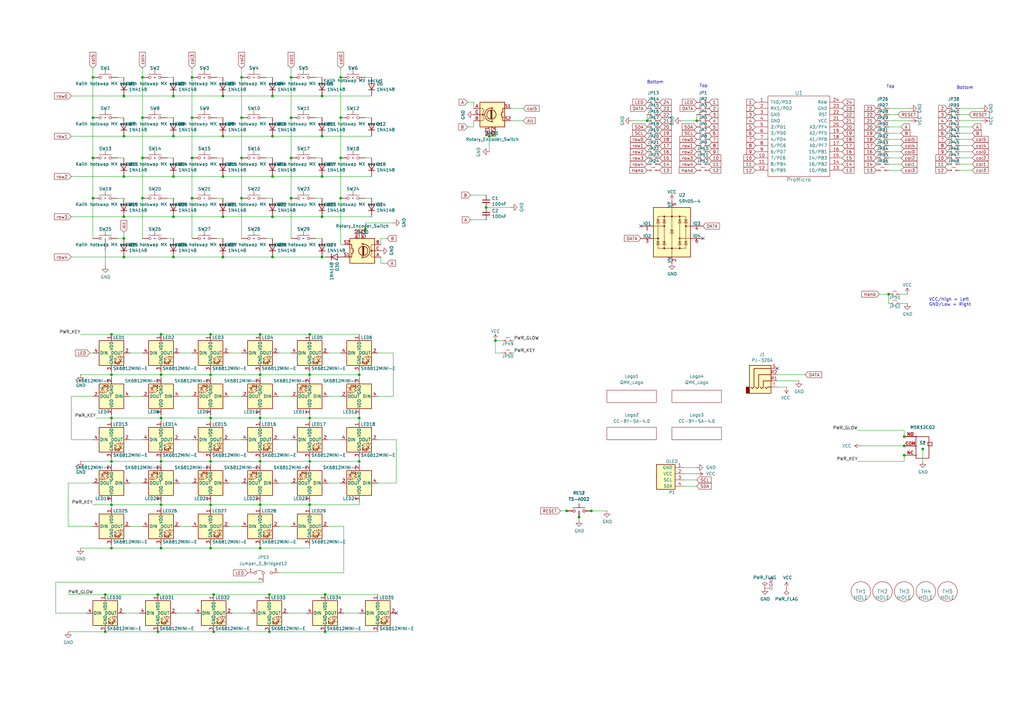
<source format=kicad_sch>
(kicad_sch (version 20231120) (generator "eeschema") (generator_version "8.0")
  (paper "A3")
  (title_block (title "Lotus 58 Classic") (date "2024-05-15") (rev "v1.0.0") (company "Markus Knutsson <markus.knutsson@tweety.se>") (comment 1 "https://github.com/TweetyDaBird") (comment 2 "Licensed under Creative Commons BY-SA 4.0 International"))
  (junction (at 119.38 48.26))
  (junction (at 50.8 97.79))
  (junction (at 66.04 224.79))
  (junction (at 132.08 88.9))
  (junction (at 232.41 209.55))
  (junction (at 370.84 182.88))
  (junction (at 237.49 212.09))
  (junction (at 66.04 171.45))
  (junction (at 64.77 243.84))
  (junction (at 378.46 184.15))
  (junction (at 106.68 207.01))
  (junction (at 86.36 171.45))
  (junction (at 91.44 105.41))
  (junction (at 139.7 48.26))
  (junction (at 106.68 153.67))
  (junction (at 58.42 81.28))
  (junction (at 86.36 137.16))
  (junction (at 78.74 81.28))
  (junction (at 370.84 179.07))
  (junction (at 87.63 259.08))
  (junction (at 111.76 55.88))
  (junction (at 132.08 55.88))
  (junction (at 45.72 137.16))
  (junction (at 110.49 259.08))
  (junction (at 66.04 207.01))
  (junction (at 50.8 105.41))
  (junction (at 199.39 85.09))
  (junction (at 86.36 224.79))
  (junction (at 111.76 39.37))
  (junction (at 111.76 72.39))
  (junction (at 200.66 55.88))
  (junction (at 119.38 31.75))
  (junction (at 43.18 243.84))
  (junction (at 58.42 48.26))
  (junction (at 99.06 31.75))
  (junction (at 71.12 72.39))
  (junction (at 38.1 48.26))
  (junction (at 147.32 189.23))
  (junction (at 50.8 39.37))
  (junction (at 58.42 31.75))
  (junction (at 149.86 93.98))
  (junction (at 50.8 72.39))
  (junction (at 139.7 64.77))
  (junction (at 203.2 139.7))
  (junction (at 71.12 55.88))
  (junction (at 99.06 81.28))
  (junction (at 66.04 137.16))
  (junction (at 45.72 171.45))
  (junction (at 71.12 39.37))
  (junction (at 50.8 88.9))
  (junction (at 285.75 49.53))
  (junction (at 147.32 171.45))
  (junction (at 110.49 243.84))
  (junction (at 106.68 137.16))
  (junction (at 58.42 64.77))
  (junction (at 38.1 31.75))
  (junction (at 133.35 243.84))
  (junction (at 50.8 55.88))
  (junction (at 111.76 105.41))
  (junction (at 45.72 189.23))
  (junction (at 45.72 224.79))
  (junction (at 91.44 55.88))
  (junction (at 87.63 243.84))
  (junction (at 38.1 64.77))
  (junction (at 364.49 120.65))
  (junction (at 71.12 105.41))
  (junction (at 78.74 64.77))
  (junction (at 127 207.01))
  (junction (at 127 171.45))
  (junction (at 45.72 207.01))
  (junction (at 111.76 88.9))
  (junction (at 242.57 209.55))
  (junction (at 66.04 153.67))
  (junction (at 86.36 189.23))
  (junction (at 265.43 49.53))
  (junction (at 127 137.16))
  (junction (at 91.44 39.37))
  (junction (at 132.08 72.39))
  (junction (at 127 153.67))
  (junction (at 132.08 39.37))
  (junction (at 119.38 64.77))
  (junction (at 132.08 105.41))
  (junction (at 127 189.23))
  (junction (at 147.32 153.67))
  (junction (at 45.72 153.67))
  (junction (at 64.77 259.08))
  (junction (at 106.68 171.45))
  (junction (at 78.74 31.75))
  (junction (at 86.36 153.67))
  (junction (at 99.06 64.77))
  (junction (at 78.74 48.26))
  (junction (at 86.36 207.01))
  (junction (at 99.06 48.26))
  (junction (at 91.44 72.39))
  (junction (at 43.18 259.08))
  (junction (at 106.68 189.23))
  (junction (at 139.7 31.75))
  (junction (at 91.44 88.9))
  (junction (at 370.84 186.69))
  (junction (at 139.7 81.28))
  (junction (at 106.68 224.79))
  (junction (at 38.1 81.28))
  (junction (at 71.12 88.9))
  (junction (at 119.38 81.28))
  (junction (at 133.35 259.08))
  (junction (at 66.04 189.23))
  (no_connect (at 162.56 251.46))
  (no_connect (at 262.89 92.71))
  (no_connect (at 288.29 97.79))
  (no_connect (at 318.77 151.13))
  (wire (pts (xy 364.49 59.69) (xy 369.57 59.69)))
  (wire (pts (xy 147.32 153.67) (xy 147.32 152.4)))
  (wire (pts (xy 127 153.67) (xy 127 152.4)))
  (wire (pts (xy 86.36 189.23) (xy 106.68 189.23)))
  (wire (pts (xy 127 137.16) (xy 147.32 137.16)))
  (wire (pts (xy 132.08 48.26) (xy 129.54 48.26)))
  (wire (pts (xy 127 172.72) (xy 127 171.45)))
  (wire (pts (xy 109.22 31.75) (xy 111.76 31.75)))
  (wire (pts (xy 43.18 102.87) (xy 43.18 109.22)))
  (wire (pts (xy 114.3 215.9) (xy 119.38 215.9)))
  (wire (pts (xy 114.3 144.78) (xy 119.38 144.78)))
  (wire (pts (xy 134.62 180.34) (xy 139.7 180.34)))
  (wire (pts (xy 73.66 162.56) (xy 78.74 162.56)))
  (wire (pts (xy 393.7 46.99) (xy 397.51 46.99)))
  (wire (pts (xy 68.58 64.77) (xy 71.12 64.77)))
  (wire (pts (xy 73.66 198.12) (xy 78.74 198.12)))
  (wire (pts (xy 86.36 171.45) (xy 86.36 172.72)))
  (wire (pts (xy 45.72 224.79) (xy 45.72 223.52)))
  (wire (pts (xy 209.55 49.53) (xy 214.63 49.53)))
  (wire (pts (xy 140.97 234.95) (xy 114.3 234.95)))
  (wire (pts (xy 27.94 243.84) (xy 43.18 243.84)))
  (wire (pts (xy 66.04 208.28) (xy 66.04 207.01)))
  (wire (pts (xy 318.77 153.67) (xy 330.2 153.67)))
  (wire (pts (xy 378.46 184.15) (xy 378.46 189.23)))
  (wire (pts (xy 147.32 171.45) (xy 147.32 172.72)))
  (wire (pts (xy 53.34 162.56) (xy 58.42 162.56)))
  (wire (pts (xy 134.62 144.78) (xy 139.7 144.78)))
  (wire (pts (xy 127 205.74) (xy 127 207.01)))
  (wire (pts (xy 27.94 198.12) (xy 27.94 215.9)))
  (wire (pts (xy 38.1 198.12) (xy 27.94 198.12)))
  (wire (pts (xy 93.98 162.56) (xy 99.06 162.56)))
  (wire (pts (xy 280.67 194.31) (xy 285.75 194.31)))
  (wire (pts (xy 29.21 105.41) (xy 50.8 105.41)))
  (wire (pts (xy 93.98 180.34) (xy 99.06 180.34)))
  (wire (pts (xy 162.56 180.34) (xy 162.56 198.12)))
  (wire (pts (xy 68.58 31.75) (xy 71.12 31.75)))
  (wire (pts (xy 66.04 171.45) (xy 86.36 171.45)))
  (wire (pts (xy 393.7 59.69) (xy 398.78 59.69)))
  (wire (pts (xy 86.36 137.16) (xy 106.68 137.16)))
  (wire (pts (xy 50.8 81.28) (xy 48.26 81.28)))
  (wire (pts (xy 193.04 80.01) (xy 199.39 80.01)))
  (wire (pts (xy 91.44 97.79) (xy 88.9 97.79)))
  (wire (pts (xy 93.98 144.78) (xy 99.06 144.78)))
  (wire (pts (xy 132.08 55.88) (xy 152.4 55.88)))
  (wire (pts (xy 78.74 48.26) (xy 78.74 64.77)))
  (wire (pts (xy 43.18 259.08) (xy 64.77 259.08)))
  (wire (pts (xy 45.72 171.45) (xy 39.37 171.45)))
  (wire (pts (xy 127 207.01) (xy 147.32 207.01)))
  (wire (pts (xy 38.1 27.94) (xy 38.1 31.75)))
  (wire (pts (xy 134.62 215.9) (xy 140.97 215.9)))
  (wire (pts (xy 88.9 31.75) (xy 91.44 31.75)))
  (wire (pts (xy 132.08 105.41) (xy 133.35 105.41)))
  (wire (pts (xy 99.06 31.75) (xy 99.06 48.26)))
  (wire (pts (xy 66.04 171.45) (xy 66.04 172.72)))
  (wire (pts (xy 99.06 27.94) (xy 99.06 31.75)))
  (wire (pts (xy 33.02 137.16) (xy 45.72 137.16)))
  (wire (pts (xy 78.74 64.77) (xy 78.74 81.28)))
  (wire (pts (xy 393.7 62.23) (xy 398.78 62.23)))
  (wire (pts (xy 36.83 144.78) (xy 38.1 144.78)))
  (wire (pts (xy 53.34 144.78) (xy 58.42 144.78)))
  (wire (pts (xy 45.72 153.67) (xy 45.72 154.94)))
  (wire (pts (xy 86.36 187.96) (xy 86.36 189.23)))
  (wire (pts (xy 110.49 243.84) (xy 133.35 243.84)))
  (wire (pts (xy 29.21 55.88) (xy 50.8 55.88)))
  (wire (pts (xy 50.8 55.88) (xy 71.12 55.88)))
  (wire (pts (xy 66.04 205.74) (xy 66.04 207.01)))
  (wire (pts (xy 48.26 64.77) (xy 50.8 64.77)))
  (wire (pts (xy 78.74 31.75) (xy 78.74 48.26)))
  (wire (pts (xy 86.36 153.67) (xy 66.04 153.67)))
  (wire (pts (xy 38.1 180.34) (xy 29.21 180.34)))
  (wire (pts (xy 285.75 49.53) (xy 279.4 49.53)))
  (wire (pts (xy 22.86 238.76) (xy 22.86 251.46)))
  (wire (pts (xy 118.11 251.46) (xy 125.73 251.46)))
  (wire (pts (xy 106.68 153.67) (xy 106.68 152.4)))
  (wire (pts (xy 45.72 190.5) (xy 45.72 189.23)))
  (wire (pts (xy 71.12 105.41) (xy 91.44 105.41)))
  (wire (pts (xy 364.49 52.07) (xy 369.57 52.07)))
  (wire (pts (xy 111.76 64.77) (xy 109.22 64.77)))
  (wire (pts (xy 50.8 95.25) (xy 50.8 97.79)))
  (wire (pts (xy 45.72 171.45) (xy 45.72 172.72)))
  (wire (pts (xy 149.86 64.77) (xy 152.4 64.77)))
  (wire (pts (xy 78.74 81.28) (xy 78.74 97.79)))
  (wire (pts (xy 86.36 153.67) (xy 106.68 153.67)))
  (wire (pts (xy 53.34 215.9) (xy 58.42 215.9)))
  (wire (pts (xy 158.75 107.95) (xy 156.21 107.95)))
  (wire (pts (xy 106.68 171.45) (xy 106.68 172.72)))
  (wire (pts (xy 45.72 152.4) (xy 45.72 153.67)))
  (wire (pts (xy 200.66 62.23) (xy 200.66 55.88)))
  (wire (pts (xy 318.77 156.21) (xy 327.66 156.21)))
  (wire (pts (xy 353.06 182.88) (xy 370.84 182.88)))
  (wire (pts (xy 71.12 72.39) (xy 91.44 72.39)))
  (wire (pts (xy 50.8 88.9) (xy 71.12 88.9)))
  (wire (pts (xy 285.75 46.99) (xy 285.75 49.53)))
  (wire (pts (xy 99.06 64.77) (xy 99.06 81.28)))
  (wire (pts (xy 156.21 107.95) (xy 156.21 105.41)))
  (wire (pts (xy 280.67 199.39) (xy 285.75 199.39)))
  (wire (pts (xy 209.55 44.45) (xy 214.63 44.45)))
  (wire (pts (xy 27.94 259.08) (xy 43.18 259.08)))
  (wire (pts (xy 119.38 81.28) (xy 119.38 97.79)))
  (wire (pts (xy 242.57 209.55) (xy 248.92 209.55)))
  (wire (pts (xy 45.72 170.18) (xy 45.72 171.45)))
  (wire (pts (xy 191.77 52.07) (xy 194.31 52.07)))
  (wire (pts (xy 161.29 91.44) (xy 149.86 91.44)))
  (wire (pts (xy 78.74 27.94) (xy 78.74 31.75)))
  (wire (pts (xy 64.77 243.84) (xy 87.63 243.84)))
  (wire (pts (xy 393.7 54.61) (xy 398.78 54.61)))
  (wire (pts (xy 22.86 251.46) (xy 35.56 251.46)))
  (wire (pts (xy 265.43 46.99) (xy 265.43 49.53)))
  (wire (pts (xy 364.49 49.53) (xy 373.38 49.53)))
  (wire (pts (xy 280.67 196.85) (xy 285.75 196.85)))
  (wire (pts (xy 133.35 243.84) (xy 154.94 243.84)))
  (wire (pts (xy 71.12 55.88) (xy 91.44 55.88)))
  (wire (pts (xy 119.38 31.75) (xy 119.38 48.26)))
  (wire (pts (xy 66.04 224.79) (xy 45.72 224.79)))
  (wire (pts (xy 99.06 48.26) (xy 99.06 64.77)))
  (wire (pts (xy 351.79 176.53) (xy 370.84 176.53)))
  (wire (pts (xy 95.25 251.46) (xy 102.87 251.46)))
  (wire (pts (xy 149.86 81.28) (xy 152.4 81.28)))
  (wire (pts (xy 106.68 153.67) (xy 127 153.67)))
  (wire (pts (xy 27.94 215.9) (xy 38.1 215.9)))
  (wire (pts (xy 370.84 189.23) (xy 370.84 186.69)))
  (wire (pts (xy 139.7 31.75) (xy 139.7 48.26)))
  (wire (pts (xy 72.39 251.46) (xy 80.01 251.46)))
  (wire (pts (xy 364.49 54.61) (xy 369.57 54.61)))
  (wire (pts (xy 280.67 191.77) (xy 285.75 191.77)))
  (wire (pts (xy 106.68 224.79) (xy 86.36 224.79)))
  (wire (pts (xy 109.22 81.28) (xy 111.76 81.28)))
  (wire (pts (xy 119.38 48.26) (xy 119.38 64.77)))
  (wire (pts (xy 86.36 224.79) (xy 86.36 223.52)))
  (wire (pts (xy 71.12 48.26) (xy 68.58 48.26)))
  (wire (pts (xy 106.68 207.01) (xy 106.68 205.74)))
  (wire (pts (xy 364.49 44.45) (xy 373.38 44.45)))
  (wire (pts (xy 73.66 180.34) (xy 78.74 180.34)))
  (wire (pts (xy 110.49 259.08) (xy 133.35 259.08)))
  (wire (pts (xy 91.44 88.9) (xy 111.76 88.9)))
  (wire (pts (xy 86.36 208.28) (xy 86.36 207.01)))
  (wire (pts (xy 393.7 69.85) (xy 398.78 69.85)))
  (wire (pts (xy 119.38 64.77) (xy 119.38 81.28)))
  (wire (pts (xy 154.94 198.12) (xy 162.56 198.12)))
  (wire (pts (xy 106.68 189.23) (xy 127 189.23)))
  (wire (pts (xy 370.84 176.53) (xy 370.84 179.07)))
  (wire (pts (xy 58.42 27.94) (xy 58.42 31.75)))
  (wire (pts (xy 38.1 207.01) (xy 45.72 207.01)))
  (wire (pts (xy 200.66 55.88) (xy 203.2 55.88)))
  (wire (pts (xy 99.06 81.28) (xy 99.06 97.79)))
  (wire (pts (xy 147.32 93.98) (xy 149.86 93.98)))
  (wire (pts (xy 133.35 259.08) (xy 154.94 259.08)))
  (wire (pts (xy 393.7 52.07) (xy 398.78 52.07)))
  (wire (pts (xy 50.8 251.46) (xy 57.15 251.46)))
  (wire (pts (xy 106.68 208.28) (xy 106.68 207.01)))
  (wire (pts (xy 29.21 88.9) (xy 50.8 88.9)))
  (wire (pts (xy 53.34 198.12) (xy 58.42 198.12)))
  (wire (pts (xy 132.08 97.79) (xy 129.54 97.79)))
  (wire (pts (xy 88.9 48.26) (xy 91.44 48.26)))
  (wire (pts (xy 147.32 187.96) (xy 147.32 189.23)))
  (wire (pts (xy 114.3 198.12) (xy 119.38 198.12)))
  (wire (pts (xy 393.7 67.31) (xy 398.78 67.31)))
  (wire (pts (xy 111.76 97.79) (xy 109.22 97.79)))
  (wire (pts (xy 86.36 153.67) (xy 86.36 154.94)))
  (wire (pts (xy 127 224.79) (xy 106.68 224.79)))
  (wire (pts (xy 33.02 189.23) (xy 45.72 189.23)))
  (wire (pts (xy 147.32 171.45) (xy 147.32 170.18)))
  (wire (pts (xy 106.68 154.94) (xy 106.68 153.67)))
  (wire (pts (xy 149.86 31.75) (xy 152.4 31.75)))
  (wire (pts (xy 147.32 153.67) (xy 147.32 154.94)))
  (wire (pts (xy 372.11 124.46) (xy 369.57 124.46)))
  (wire (pts (xy 127 154.94) (xy 127 153.67)))
  (wire (pts (xy 364.49 62.23) (xy 369.57 62.23)))
  (wire (pts (xy 93.98 198.12) (xy 99.06 198.12)))
  (wire (pts (xy 191.77 41.91) (xy 194.31 41.91)))
  (wire (pts (xy 193.04 90.17) (xy 199.39 90.17)))
  (wire (pts (xy 66.04 137.16) (xy 86.36 137.16)))
  (wire (pts (xy 393.7 64.77) (xy 398.78 64.77)))
  (wire (pts (xy 127 189.23) (xy 147.32 189.23)))
  (wire (pts (xy 364.49 124.46) (xy 364.49 120.65)))
  (wire (pts (xy 86.36 171.45) (xy 86.36 170.18)))
  (wire (pts (xy 199.39 85.09) (xy 209.55 85.09)))
  (wire (pts (xy 364.49 67.31) (xy 369.57 67.31)))
  (wire (pts (xy 73.66 215.9) (xy 78.74 215.9)))
  (wire (pts (xy 29.21 180.34) (xy 29.21 162.56)))
  (wire (pts (xy 194.31 52.07) (xy 194.31 49.53)))
  (wire (pts (xy 50.8 105.41) (xy 71.12 105.41)))
  (wire (pts (xy 93.98 215.9) (xy 99.06 215.9)))
  (wire (pts (xy 66.04 224.79) (xy 66.04 223.52)))
  (wire (pts (xy 132.08 31.75) (xy 129.54 31.75)))
  (wire (pts (xy 45.72 153.67) (xy 33.02 153.67)))
  (wire (pts (xy 91.44 81.28) (xy 88.9 81.28)))
  (wire (pts (xy 111.76 55.88) (xy 132.08 55.88)))
  (wire (pts (xy 132.08 72.39) (xy 152.4 72.39)))
  (wire (pts (xy 66.04 153.67) (xy 66.04 152.4)))
  (wire (pts (xy 140.97 215.9) (xy 140.97 234.95)))
  (wire (pts (xy 364.49 69.85) (xy 369.57 69.85)))
  (wire (pts (xy 45.72 137.16) (xy 66.04 137.16)))
  (wire (pts (xy 29.21 39.37) (xy 50.8 39.37)))
  (wire (pts (xy 149.86 91.44) (xy 149.86 93.98)))
  (wire (pts (xy 139.7 64.77) (xy 139.7 81.28)))
  (wire (pts (xy 127 208.28) (xy 127 207.01)))
  (wire (pts (xy 360.68 120.65) (xy 364.49 120.65)))
  (wire (pts (xy 203.2 139.7) (xy 205.74 139.7)))
  (wire (pts (xy 152.4 48.26) (xy 149.86 48.26)))
  (wire (pts (xy 45.72 153.67) (xy 66.04 153.67)))
  (wire (pts (xy 106.68 187.96) (xy 106.68 189.23)))
  (wire (pts (xy 66.04 187.96) (xy 66.04 189.23)))
  (wire (pts (xy 127 153.67) (xy 147.32 153.67)))
  (wire (pts (xy 147.32 207.01) (xy 147.32 205.74)))
  (wire (pts (xy 91.44 105.41) (xy 111.76 105.41)))
  (wire (pts (xy 111.76 72.39) (xy 132.08 72.39)))
  (wire (pts (xy 265.43 49.53) (xy 259.08 49.53)))
  (wire (pts (xy 106.68 171.45) (xy 127 171.45)))
  (wire (pts (xy 127 224.79) (xy 127 223.52)))
  (wire (pts (xy 364.49 46.99) (xy 368.3 46.99)))
  (wire (pts (xy 127 171.45) (xy 127 170.18)))
  (wire (pts (xy 154.94 180.34) (xy 162.56 180.34)))
  (wire (pts (xy 161.29 144.78) (xy 161.29 162.56)))
  (wire (pts (xy 91.44 72.39) (xy 111.76 72.39)))
  (wire (pts (xy 86.36 152.4) (xy 86.36 153.67)))
  (wire (pts (xy 91.44 39.37) (xy 111.76 39.37)))
  (wire (pts (xy 58.42 81.28) (xy 58.42 97.79)))
  (wire (pts (xy 66.04 171.45) (xy 66.04 170.18)))
  (wire (pts (xy 66.04 154.94) (xy 66.04 153.67)))
  (wire (pts (xy 86.36 190.5) (xy 86.36 189.23)))
  (wire (pts (xy 73.66 144.78) (xy 78.74 144.78)))
  (wire (pts (xy 158.75 97.79) (xy 156.21 97.79)))
  (wire (pts (xy 127 171.45) (xy 147.32 171.45)))
  (wire (pts (xy 86.36 207.01) (xy 86.36 205.74)))
  (wire (pts (xy 318.77 158.75) (xy 322.58 158.75)))
  (wire (pts (xy 71.12 39.37) (xy 91.44 39.37)))
  (wire (pts (xy 53.34 180.34) (xy 58.42 180.34)))
  (wire (pts (xy 45.72 205.74) (xy 45.72 207.01)))
  (wire (pts (xy 369.57 120.65) (xy 372.11 120.65)))
  (wire (pts (xy 38.1 48.26) (xy 38.1 64.77)))
  (wire (pts (xy 154.94 162.56) (xy 161.29 162.56)))
  (wire (pts (xy 107.95 238.76) (xy 22.86 238.76)))
  (wire (pts (xy 134.62 198.12) (xy 139.7 198.12)))
  (wire (pts (xy 45.72 208.28) (xy 45.72 207.01)))
  (wire (pts (xy 86.36 171.45) (xy 106.68 171.45)))
  (wire (pts (xy 66.04 207.01) (xy 86.36 207.01)))
  (wire (pts (xy 38.1 81.28) (xy 38.1 97.79)))
  (wire (pts (xy 66.04 189.23) (xy 86.36 189.23)))
  (wire (pts (xy 114.3 162.56) (xy 119.38 162.56)))
  (wire (pts (xy 119.38 27.94) (xy 119.38 31.75)))
  (wire (pts (xy 139.7 48.26) (xy 139.7 64.77)))
  (wire (pts (xy 139.7 27.94) (xy 139.7 31.75)))
  (wire (pts (xy 139.7 81.28) (xy 139.7 100.33)))
  (wire (pts (xy 86.36 224.79) (xy 66.04 224.79)))
  (wire (pts (xy 132.08 39.37) (xy 152.4 39.37)))
  (wire (pts (xy 106.68 137.16) (xy 127 137.16)))
  (wire (pts (xy 106.68 224.79) (xy 106.68 223.52)))
  (wire (pts (xy 50.8 39.37) (xy 71.12 39.37)))
  (wire (pts (xy 87.63 259.08) (xy 110.49 259.08)))
  (wire (pts (xy 351.79 189.23) (xy 370.84 189.23)))
  (wire (pts (xy 132.08 88.9) (xy 152.4 88.9)))
  (wire (pts (xy 203.2 144.78) (xy 205.74 144.78)))
  (wire (pts (xy 106.68 207.01) (xy 127 207.01)))
  (wire (pts (xy 71.12 88.9) (xy 91.44 88.9)))
  (wire (pts (xy 127 190.5) (xy 127 189.23)))
  (wire (pts (xy 43.18 243.84) (xy 64.77 243.84)))
  (wire (pts (xy 71.12 81.28) (xy 68.58 81.28)))
  (wire (pts (xy 203.2 139.7) (xy 203.2 144.78)))
  (wire (pts (xy 29.21 162.56) (xy 38.1 162.56)))
  (wire (pts (xy 237.49 213.36) (xy 237.49 212.09)))
  (wire (pts (xy 45.72 224.79) (xy 33.02 224.79)))
  (wire (pts (xy 393.7 57.15) (xy 398.78 57.15)))
  (wire (pts (xy 45.72 189.23) (xy 66.04 189.23)))
  (wire (pts (xy 393.7 49.53) (xy 402.59 49.53)))
  (wire (pts (xy 58.42 64.77) (xy 58.42 81.28)))
  (wire (pts (xy 156.21 97.79) (xy 156.21 100.33)))
  (wire (pts (xy 114.3 180.34) (xy 119.38 180.34)))
  (wire (pts (xy 132.08 64.77) (xy 129.54 64.77)))
  (wire (pts (xy 139.7 100.33) (xy 140.97 100.33)))
  (wire (pts (xy 71.12 97.79) (xy 68.58 97.79)))
  (wire (pts (xy 64.77 259.08) (xy 87.63 259.08)))
  (wire (pts (xy 50.8 48.26) (xy 48.26 48.26)))
  (wire (pts (xy 364.49 64.77) (xy 369.57 64.77)))
  (wire (pts (xy 87.63 243.84) (xy 110.49 243.84)))
  (wire (pts (xy 106.68 189.23) (xy 106.68 190.5)))
  (wire (pts (xy 111.76 48.26) (xy 109.22 48.26)))
  (wire (pts (xy 88.9 64.77) (xy 91.44 64.77)))
  (wire (pts (xy 140.97 251.46) (xy 147.32 251.46)))
  (wire (pts (xy 50.8 31.75) (xy 48.26 31.75)))
  (wire (pts (xy 154.94 144.78) (xy 161.29 144.78)))
  (wire (pts (xy 86.36 207.01) (xy 106.68 207.01)))
  (wire (pts (xy 127 187.96) (xy 127 189.23)))
  (wire (pts (xy 111.76 105.41) (xy 132.08 105.41)))
  (wire (pts (xy 50.8 72.39) (xy 71.12 72.39)))
  (wire (pts (xy 132.08 81.28) (xy 129.54 81.28)))
  (wire (pts (xy 111.76 88.9) (xy 132.08 88.9)))
  (wire (pts (xy 45.72 171.45) (xy 66.04 171.45)))
  (wire (pts (xy 58.42 31.75) (xy 58.42 48.26)))
  (wire (pts (xy 29.21 72.39) (xy 50.8 72.39)))
  (wire (pts (xy 66.04 189.23) (xy 66.04 190.5)))
  (wire (pts (xy 45.72 207.01) (xy 66.04 207.01)))
  (wire (pts (xy 106.68 171.45) (xy 106.68 170.18)))
  (wire (pts (xy 232.41 209.55) (xy 229.87 209.55)))
  (wire (pts (xy 91.44 55.88) (xy 111.76 55.88)))
  (wire (pts (xy 194.31 41.91) (xy 194.31 44.45)))
  (wire (pts (xy 45.72 187.96) (xy 45.72 189.23)))
  (wire (pts (xy 393.7 44.45) (xy 402.59 44.45)))
  (wire (pts (xy 364.49 57.15) (xy 369.57 57.15)))
  (wire (pts (xy 48.26 97.79) (xy 50.8 97.79)))
  (wire (pts (xy 147.32 189.23) (xy 147.32 190.5)))
  (wire (pts (xy 38.1 31.75) (xy 38.1 48.26)))
  (wire (pts (xy 111.76 39.37) (xy 132.08 39.37)))
  (wire (pts (xy 58.42 48.26) (xy 58.42 64.77)))
  (wire (pts (xy 38.1 64.77) (xy 38.1 81.28)))
  (wire (pts (xy 134.62 162.56) (xy 139.7 162.56)))
  (text "Top" (at 288.544 35.306 0) (effects (font (size 1.27 1.27))))
  (text "Top" (at 365.252 35.56 0) (effects (font (size 1.27 1.27))))
  (text "Bottom" (at 268.732 33.782 0) (effects (font (size 1.27 1.27))))
  (text "VCC/High = Left\nGND/Low = Right" (at 381 125.73 0) (effects (font (size 1.27 1.27)) (justify left bottom)))
  (text "Bottom" (at 395.732 36.068 0) (effects (font (size 1.27 1.27))))
  (label "PWR_GLOW" (at 210.82 139.7 0))
  (label "PWR_KEY" (at 33.02 137.16 180))
  (label "PWR_KEY" (at 351.79 189.23 180))
  (label "PWR_KEY" (at 39.37 171.45 180))
  (label "PWR_GLOW" (at 27.94 243.84 0))
  (label "PWR_KEY" (at 38.1 207.01 180))
  (label "PWR_KEY" (at 210.82 144.78 0))
  (label "PWR_GLOW" (at 351.79 176.53 180))
  (global_label "LED" (shape input) (at 265.43 41.91 180) (property "Intersheetrefs" "${INTERSHEET_REFS}" (effects (hide yes))))
  (global_label "4" (shape input) (at 388.62 49.53 180) (property "Intersheetrefs" "${INTERSHEET_REFS}" (effects (hide yes))))
  (global_label "20" (shape input) (at 345.44 52.07 0) (property "Intersheetrefs" "${INTERSHEET_REFS}" (effects (hide yes))))
  (global_label "col3" (shape input) (at 398.78 69.85 0) (property "Intersheetrefs" "${INTERSHEET_REFS}" (effects (hide yes))))
  (global_label "A" (shape input) (at 193.04 90.17 180) (property "Intersheetrefs" "${INTERSHEET_REFS}" (effects (hide yes))))
  (global_label "Alt" (shape input) (at 50.8 95.25 90) (property "Intersheetrefs" "${INTERSHEET_REFS}" (effects (hide yes))))
  (global_label "row2" (shape input) (at 265.43 62.23 180) (property "Intersheetrefs" "${INTERSHEET_REFS}" (effects (hide yes))))
  (global_label "2" (shape input) (at 309.88 44.45 180) (property "Intersheetrefs" "${INTERSHEET_REFS}" (effects (hide yes))))
  (global_label "7" (shape input) (at 309.88 57.15 180) (property "Intersheetrefs" "${INTERSHEET_REFS}" (effects (hide yes))))
  (global_label "12" (shape input) (at 388.62 69.85 180) (property "Intersheetrefs" "${INTERSHEET_REFS}" (effects (hide yes))))
  (global_label "col2" (shape input) (at 369.57 64.77 0) (property "Intersheetrefs" "${INTERSHEET_REFS}" (effects (hide yes))))
  (global_label "6" (shape input) (at 309.88 54.61 180) (property "Intersheetrefs" "${INTERSHEET_REFS}" (effects (hide yes))))
  (global_label "row4" (shape input) (at 265.43 67.31 180) (property "Intersheetrefs" "${INTERSHEET_REFS}" (effects (hide yes))))
  (global_label "11" (shape input) (at 388.62 67.31 180) (property "Intersheetrefs" "${INTERSHEET_REFS}" (effects (hide yes))))
  (global_label "13" (shape input) (at 359.41 69.85 180) (property "Intersheetrefs" "${INTERSHEET_REFS}" (effects (hide yes))))
  (global_label "row1" (shape input) (at 265.43 59.69 180) (property "Intersheetrefs" "${INTERSHEET_REFS}" (effects (hide yes))))
  (global_label "14" (shape input) (at 359.41 67.31 180) (property "Intersheetrefs" "${INTERSHEET_REFS}" (effects (hide yes))))
  (global_label "row2" (shape input) (at 285.75 62.23 180) (property "Intersheetrefs" "${INTERSHEET_REFS}" (effects (hide yes))))
  (global_label "8" (shape input) (at 309.88 59.69 180) (property "Intersheetrefs" "${INTERSHEET_REFS}" (effects (hide yes))))
  (global_label "RESET" (shape input) (at 368.3 46.99 0) (property "Intersheetrefs" "${INTERSHEET_REFS}" (effects (hide yes))))
  (global_label "5" (shape input) (at 388.62 52.07 180) (property "Intersheetrefs" "${INTERSHEET_REFS}" (effects (hide yes))))
  (global_label "20" (shape input) (at 270.51 52.07 0) (property "Intersheetrefs" "${INTERSHEET_REFS}" (effects (hide yes))))
  (global_label "17" (shape input) (at 359.41 59.69 180) (property "Intersheetrefs" "${INTERSHEET_REFS}" (effects (hide yes))))
  (global_label "10" (shape input) (at 388.62 64.77 180) (property "Intersheetrefs" "${INTERSHEET_REFS}" (effects (hide yes))))
  (global_label "row0" (shape input) (at 265.43 57.15 180) (property "Intersheetrefs" "${INTERSHEET_REFS}" (effects (hide yes))))
  (global_label "col4" (shape input) (at 58.42 27.94 90) (property "Intersheetrefs" "${INTERSHEET_REFS}" (effects (hide yes))))
  (global_label "14" (shape input) (at 270.51 67.31 0) (property "Intersheetrefs" "${INTERSHEET_REFS}" (effects (hide yes))))
  (global_label "row1" (shape input) (at 285.75 59.69 180) (property "Intersheetrefs" "${INTERSHEET_REFS}" (effects (hide yes))))
  (global_label "A" (shape input) (at 369.57 52.07 0) (property "Intersheetrefs" "${INTERSHEET_REFS}" (effects (hide yes))))
  (global_label "6" (shape input) (at 388.62 54.61 180) (property "Intersheetrefs" "${INTERSHEET_REFS}" (effects (hide yes))))
  (global_label "24" (shape input) (at 270.51 41.91 0) (property "Intersheetrefs" "${INTERSHEET_REFS}" (effects (hide yes))))
  (global_label "19" (shape input) (at 345.44 54.61 0) (property "Intersheetrefs" "${INTERSHEET_REFS}" (effects (hide yes))))
  (global_label "col2" (shape input) (at 398.78 64.77 0) (property "Intersheetrefs" "${INTERSHEET_REFS}" (effects (hide yes))))
  (global_label "B" (shape input) (at 369.57 54.61 0) (property "Intersheetrefs" "${INTERSHEET_REFS}" (effects (hide yes))))
  (global_label "RESET" (shape input) (at 397.51 46.99 0) (property "Intersheetrefs" "${INTERSHEET_REFS}" (effects (hide yes))))
  (global_label "23" (shape input) (at 270.51 44.45 0) (property "Intersheetrefs" "${INTERSHEET_REFS}" (effects (hide yes))))
  (global_label "5" (shape input) (at 290.83 52.07 0) (property "Intersheetrefs" "${INTERSHEET_REFS}" (effects (hide yes))))
  (global_label "10" (shape input) (at 290.83 64.77 0) (property "Intersheetrefs" "${INTERSHEET_REFS}" (effects (hide yes))))
  (global_label "7" (shape input) (at 388.62 57.15 180) (property "Intersheetrefs" "${INTERSHEET_REFS}" (effects (hide yes))))
  (global_label "9" (shape input) (at 388.62 62.23 180) (property "Intersheetrefs" "${INTERSHEET_REFS}" (effects (hide yes))))
  (global_label "DATA" (shape input) (at 288.29 92.71 0) (property "Intersheetrefs" "${INTERSHEET_REFS}" (effects (hide yes))))
  (global_label "col1" (shape input) (at 398.78 67.31 0) (property "Intersheetrefs" "${INTERSHEET_REFS}" (effects (hide yes))))
  (global_label "row3" (shape input) (at 29.21 88.9 180) (property "Intersheetrefs" "${INTERSHEET_REFS}" (effects (hide yes))))
  (global_label "2" (shape input) (at 388.62 44.45 180) (property "Intersheetrefs" "${INTERSHEET_REFS}" (effects (hide yes))))
  (global_label "row3" (shape input) (at 285.75 64.77 180) (property "Intersheetrefs" "${INTERSHEET_REFS}" (effects (hide yes))))
  (global_label "SCL" (shape input) (at 285.75 54.61 180) (property "Intersheetrefs" "${INTERSHEET_REFS}" (effects (hide yes))))
  (global_label "16" (shape input) (at 359.41 62.23 180) (property "Intersheetrefs" "${INTERSHEET_REFS}" (effects (hide yes))))
  (global_label "21" (shape input) (at 270.51 49.53 0) (property "Intersheetrefs" "${INTERSHEET_REFS}" (effects (hide yes))))
  (global_label "1" (shape input) (at 309.88 41.91 180) (property "Intersheetrefs" "${INTERSHEET_REFS}" (effects (hide yes))))
  (global_label "col4" (shape input) (at 369.57 59.69 0) (property "Intersheetrefs" "${INTERSHEET_REFS}" (effects (hide yes))))
  (global_label "23" (shape input) (at 345.44 44.45 0) (property "Intersheetrefs" "${INTERSHEET_REFS}" (effects (hide yes))))
  (global_label "21" (shape input) (at 359.41 49.53 180) (property "Intersheetrefs" "${INTERSHEET_REFS}" (effects (hide yes))))
  (global_label "col4" (shape input) (at 398.78 59.69 0) (property "Intersheetrefs" "${INTERSHEET_REFS}" (effects (hide yes))))
  (global_label "11" (shape input) (at 309.88 67.31 180) (property "Intersheetrefs" "${INTERSHEET_REFS}" (effects (hide yes))))
  (global_label "LED" (shape input) (at 101.6 234.95 180) (property "Intersheetrefs" "${INTERSHEET_REFS}" (effects (hide yes))))
  (global_label "SDA" (shape input) (at 285.75 199.39 0) (property "Intersheetrefs" "${INTERSHEET_REFS}" (effects (hide yes))))
  (global_label "row1" (shape input) (at 29.21 55.88 180) (property "Intersheetrefs" "${INTERSHEET_REFS}" (effects (hide yes))))
  (global_label "17" (shape input) (at 270.51 59.69 0) (property "Intersheetrefs" "${INTERSHEET_REFS}" (effects (hide yes))))
  (global_label "11" (shape input) (at 290.83 67.31 0) (property "Intersheetrefs" "${INTERSHEET_REFS}" (effects (hide yes))))
  (global_label "3" (shape input) (at 388.62 46.99 180) (property "Intersheetrefs" "${INTERSHEET_REFS}" (effects (hide yes))))
  (global_label "13" (shape input) (at 270.51 69.85 0) (property "Intersheetrefs" "${INTERSHEET_REFS}" (effects (hide yes))))
  (global_label "22" (shape input) (at 270.51 46.99 0) (property "Intersheetrefs" "${INTERSHEET_REFS}" (effects (hide yes))))
  (global_label "23" (shape input) (at 359.41 44.45 180) (property "Intersheetrefs" "${INTERSHEET_REFS}" (effects (hide yes))))
  (global_label "8" (shape input) (at 388.62 59.69 180) (property "Intersheetrefs" "${INTERSHEET_REFS}" (effects (hide yes))))
  (global_label "row2" (shape input) (at 29.21 72.39 180) (property "Intersheetrefs" "${INTERSHEET_REFS}" (effects (hide yes))))
  (global_label "A" (shape input) (at 191.77 41.91 180) (property "Intersheetrefs" "${INTERSHEET_REFS}" (effects (hide yes))))
  (global_label "12" (shape input) (at 309.88 69.85 180) (property "Intersheetrefs" "${INTERSHEET_REFS}" (effects (hide yes))))
  (global_label "5" (shape input) (at 309.88 52.07 180) (property "Intersheetrefs" "${INTERSHEET_REFS}" (effects (hide yes))))
  (global_label "col5" (shape input) (at 214.63 44.45 0) (property "Intersheetrefs" "${INTERSHEET_REFS}" (effects (hide yes))))
  (global_label "15" (shape input) (at 359.41 64.77 180) (property "Intersheetrefs" "${INTERSHEET_REFS}" (effects (hide yes))))
  (global_label "2" (shape input) (at 290.83 44.45 0) (property "Intersheetrefs" "${INTERSHEET_REFS}" (effects (hide yes))))
  (global_label "col5" (shape input) (at 38.1 27.94 90) (property "Intersheetrefs" "${INTERSHEET_REFS}" (effects (hide yes))))
  (global_label "col0" (shape input) (at 369.57 62.23 0) (property "Intersheetrefs" "${INTERSHEET_REFS}" (effects (hide yes))))
  (global_label "col0" (shape input) (at 398.78 62.23 0) (property "Intersheetrefs" "${INTERSHEET_REFS}" (effects (hide yes))))
  (global_label "col3" (shape input) (at 78.74 27.94 90) (property "Intersheetrefs" "${INTERSHEET_REFS}" (effects (hide yes))))
  (global_label "9" (shape input) (at 290.83 62.23 0) (property "Intersheetrefs" "${INTERSHEET_REFS}" (effects (hide yes))))
  (global_label "LED" (shape input) (at 36.83 144.78 180) (property "Intersheetrefs" "${INTERSHEET_REFS}" (effects (hide yes))))
  (global_label "4" (shape input) (at 309.88 49.53 180) (property "Intersheetrefs" "${INTERSHEET_REFS}" (effects (hide yes))))
  (global_label "20" (shape input) (at 359.41 52.07 180) (property "Intersheetrefs" "${INTERSHEET_REFS}" (effects (hide yes))))
  (global_label "1" (shape input) (at 290.83 41.91 0) (property "Intersheetrefs" "${INTERSHEET_REFS}" (effects (hide yes))))
  (global_label "16" (shape input) (at 270.51 62.23 0) (property "Intersheetrefs" "${INTERSHEET_REFS}" (effects (hide yes))))
  (global_label "17" (shape input) (at 345.44 59.69 0) (property "Intersheetrefs" "${INTERSHEET_REFS}" (effects (hide yes))))
  (global_label "DATA" (shape input) (at 262.89 97.79 180) (property "Intersheetrefs" "${INTERSHEET_REFS}" (effects (hide yes))))
  (global_label "Hand" (shape input) (at 265.43 69.85 180) (property "Intersheetrefs" "${INTERSHEET_REFS}" (effects (hide yes))))
  (global_label "21" (shape input) (at 345.44 49.53 0) (property "Intersheetrefs" "${INTERSHEET_REFS}" (effects (hide yes))))
  (global_label "19" (shape input) (at 270.51 54.61 0) (property "Intersheetrefs" "${INTERSHEET_REFS}" (effects (hide yes))))
  (global_label "LED" (shape input) (at 285.75 41.91 180) (property "Intersheetrefs" "${INTERSHEET_REFS}" (effects (hide yes))))
  (global_label "3" (shape input) (at 309.88 46.99 180) (property "Intersheetrefs" "${INTERSHEET_REFS}" (effects (hide yes))))
  (global_label "Hand" (shape input) (at 285.75 69.85 180) (property "Intersheetrefs" "${INTERSHEET_REFS}" (effects (hide yes))))
  (global_label "13" (shape input) (at 345.44 69.85 0) (property "Intersheetrefs" "${INTERSHEET_REFS}" (effects (hide yes))))
  (global_label "A" (shape input) (at 158.75 107.95 0) (property "Intersheetrefs" "${INTERSHEET_REFS}" (effects (hide yes))))
  (global_label "row0" (shape input) (at 29.21 39.37 180) (property "Intersheetrefs" "${INTERSHEET_REFS}" (effects (hide yes))))
  (global_label "4" (shape input) (at 290.83 49.53 0) (property "Intersheetrefs" "${INTERSHEET_REFS}" (effects (hide yes))))
  (global_label "SDA" (shape input) (at 285.75 52.07 180) (property "Intersheetrefs" "${INTERSHEET_REFS}" (effects (hide yes))))
  (global_label "15" (shape input) (at 270.51 64.77 0) (property "Intersheetrefs" "${INTERSHEET_REFS}" (effects (hide yes))))
  (global_label "col5" (shape input) (at 398.78 57.15 0) (property "Intersheetrefs" "${INTERSHEET_REFS}" (effects (hide yes))))
  (global_label "22" (shape input) (at 359.41 46.99 180) (property "Intersheetrefs" "${INTERSHEET_REFS}" (effects (hide yes))))
  (global_label "12" (shape input) (at 290.83 69.85 0) (property "Intersheetrefs" "${INTERSHEET_REFS}" (effects (hide yes))))
  (global_label "15" (shape input) (at 345.44 64.77 0) (property "Intersheetrefs" "${INTERSHEET_REFS}" (effects (hide yes))))
  (global_label "Alt" (shape input) (at 214.63 49.53 0) (property "Intersheetrefs" "${INTERSHEET_REFS}" (effects (hide yes))))
  (global_label "18" (shape input) (at 270.51 57.15 0) (property "Intersheetrefs" "${INTERSHEET_REFS}" (effects (hide yes))))
  (global_label "B" (shape input) (at 193.04 80.01 180) (property "Intersheetrefs" "${INTERSHEET_REFS}" (effects (hide yes))))
  (global_label "col5" (shape input) (at 369.57 57.15 0) (property "Intersheetrefs" "${INTERSHEET_REFS}" (effects (hide yes))))
  (global_label "DATA" (shape input) (at 330.2 153.67 0) (property "Intersheetrefs" "${INTERSHEET_REFS}" (effects (hide yes))))
  (global_label "A" (shape input) (at 398.78 52.07 0) (property "Intersheetrefs" "${INTERSHEET_REFS}" (effects (hide yes))))
  (global_label "SCL" (shape input) (at 285.75 196.85 0) (property "Intersheetrefs" "${INTERSHEET_REFS}" (effects (hide yes))))
  (global_label "8" (shape input) (at 290.83 59.69 0) (property "Intersheetrefs" "${INTERSHEET_REFS}" (effects (hide yes))))
  (global_label "24" (shape input) (at 345.44 41.91 0) (property "Intersheetrefs" "${INTERSHEET_REFS}" (effects (hide yes))))
  (global_label "row4" (shape input) (at 29.21 105.41 180) (property "Intersheetrefs" "${INTERSHEET_REFS}" (effects (hide yes))))
  (global_label "row0" (shape input) (at 285.75 57.15 180) (property "Intersheetrefs" "${INTERSHEET_REFS}" (effects (hide yes))))
  (global_label "B" (shape input) (at 191.77 52.07 180) (property "Intersheetrefs" "${INTERSHEET_REFS}" (effects (hide yes))))
  (global_label "DATA" (shape input) (at 265.43 44.45 180) (property "Intersheetrefs" "${INTERSHEET_REFS}" (effects (hide yes))))
  (global_label "B" (shape input) (at 158.75 97.79 0) (property "Intersheetrefs" "${INTERSHEET_REFS}" (effects (hide yes))))
  (global_label "col1" (shape input) (at 369.57 67.31 0) (property "Intersheetrefs" "${INTERSHEET_REFS}" (effects (hide yes))))
  (global_label "SCL" (shape input) (at 265.43 54.61 180) (property "Intersheetrefs" "${INTERSHEET_REFS}" (effects (hide yes))))
  (global_label "col1" (shape input) (at 119.38 27.94 90) (property "Intersheetrefs" "${INTERSHEET_REFS}" (effects (hide yes))))
  (global_label "14" (shape input) (at 345.44 67.31 0) (property "Intersheetrefs" "${INTERSHEET_REFS}" (effects (hide yes))))
  (global_label "col0" (shape input) (at 139.7 27.94 90) (property "Intersheetrefs" "${INTERSHEET_REFS}" (effects (hide yes))))
  (global_label "7" (shape input) (at 290.83 57.15 0) (property "Intersheetrefs" "${INTERSHEET_REFS}" (effects (hide yes))))
  (global_label "SDA" (shape input) (at 265.43 52.07 180) (property "Intersheetrefs" "${INTERSHEET_REFS}" (effects (hide yes))))
  (global_label "Hand" (shape input) (at 360.68 120.65 180) (property "Intersheetrefs" "${INTERSHEET_REFS}" (effects (hide yes))))
  (global_label "3" (shape input) (at 290.83 46.99 0) (property "Intersheetrefs" "${INTERSHEET_REFS}" (effects (hide yes))))
  (global_label "B" (shape input) (at 398.78 54.61 0) (property "Intersheetrefs" "${INTERSHEET_REFS}" (effects (hide yes))))
  (global_label "16" (shape input) (at 345.44 62.23 0) (property "Intersheetrefs" "${INTERSHEET_REFS}" (effects (hide yes))))
  (global_label "col2" (shape input) (at 99.06 27.94 90) (property "Intersheetrefs" "${INTERSHEET_REFS}" (effects (hide yes))))
  (global_label "9" (shape input) (at 309.88 62.23 180) (property "Intersheetrefs" "${INTERSHEET_REFS}" (effects (hide yes))))
  (global_label "6" (shape input) (at 290.83 54.61 0) (property "Intersheetrefs" "${INTERSHEET_REFS}" (effects (hide yes))))
  (global_label "DATA" (shape input) (at 285.75 44.45 180) (property "Intersheetrefs" "${INTERSHEET_REFS}" (effects (hide yes))))
  (global_label "row4" (shape input) (at 285.75 67.31 180) (property "Intersheetrefs" "${INTERSHEET_REFS}" (effects (hide yes))))
  (global_label "row3" (shape input) (at 265.43 64.77 180) (property "Intersheetrefs" "${INTERSHEET_REFS}" (effects (hide yes))))
  (global_label "RESET" (shape input) (at 229.87 209.55 180) (property "Intersheetrefs" "${INTERSHEET_REFS}" (effects (hide yes))))
  (global_label "18" (shape input) (at 359.41 57.15 180) (property "Intersheetrefs" "${INTERSHEET_REFS}" (effects (hide yes))))
  (global_label "18" (shape input) (at 345.44 57.15 0) (property "Intersheetrefs" "${INTERSHEET_REFS}" (effects (hide yes))))
  (global_label "col3" (shape input) (at 369.57 69.85 0) (property "Intersheetrefs" "${INTERSHEET_REFS}" (effects (hide yes))))
  (global_label "22" (shape input) (at 345.44 46.99 0) (property "Intersheetrefs" "${INTERSHEET_REFS}" (effects (hide yes))))
  (global_label "19" (shape input) (at 359.41 54.61 180) (property "Intersheetrefs" "${INTERSHEET_REFS}" (effects (hide yes))))
  (global_label "10" (shape input) (at 309.88 64.77 180) (property "Intersheetrefs" "${INTERSHEET_REFS}" (effects (hide yes))))
  (netclass_flag "" (length 2.54) (shape round) (at 313.69 241.3 270) (property "Netclass" "GND" (at 316.23 240.6904 90) (effects (font (italic yes)) (justify left))))
  (symbol (lib_id "Keyboard_Controllers:ProMicro") (at 327.66 55.88 0) (unit 1)
    (property "Reference" "U1" (at 327.66 38.1 0) (effects (font (size 1.524 1.524))))
    (property "Value" "ProMicro" (at 327.66 73.66 0) (effects (font (size 1.524 1.524))))
    (property "Footprint" "Keyboard Controllers:ArduinoProMicro-BackSide" (effects (hide yes)))
  )
  (symbol (lib_id "Keyboard Switches:SW_Push_GND") (at 43.18 97.79 0) (mirror y) (unit 1)
    (property "Reference" "SW25" (at 43.18 93.98 0))
    (property "Value" "Kailh hotswap MX socket" (at 43.18 100.33 0))
    (property "Footprint" "Keyboard Switches:SW_MX_HotSwap_Reversible_FOR encoder" (effects (hide yes)))
    (property "Description" "Push button switch, generic, two pins" (effects (hide yes)))
  )
  (symbol (lib_id "Switch:SW_Push") (at 63.5 97.79 0) (mirror y) (unit 1)
    (property "Reference" "SW26" (at 63.5 93.98 0))
    (property "Value" "Kailh hotswap MX socket" (at 63.5 100.33 0))
    (property "Footprint" "Keyboard Switches:SW_MX_HotSwap_Reversible" (effects (hide yes)))
    (property "Datasheet" "~" (at 63.5 97.79 0))
    (property "Description" "Push button switch, generic, two pins" (effects (hide yes)))
  )
  (symbol (lib_id "Switch:SW_Push") (at 43.18 31.75 0) (mirror y) (unit 1)
    (property "Reference" "SW1" (at 43.18 27.94 0))
    (property "Value" "Kailh hotswap MX socket" (at 43.18 34.29 0))
    (property "Footprint" "Keyboard Switches:SW_MX_HotSwap_Reversible" (effects (hide yes)))
    (property "Description" "Push button switch, generic, two pins" (effects (hide yes)))
  )
  (symbol (lib_id "Device:D") (at 50.8 35.56 90) (unit 1)
    (property "Reference" "D1" (at 52.8066 34.3916 90) (effects (justify right)))
    (property "Value" "1N4148" (at 52.8066 36.703 90) (effects (justify right)))
    (property "Footprint" "Keyboard Common:D_DO-35_SOD27_P7.62mm_Horizontal Double Sided" (effects (hide yes)))
    (property "Description" "Diode" (effects (hide yes)))
    (property "Sim.Device" "D" (effects (hide yes)))
    (property "Sim.Pins" "1=K 2=A" (effects (hide yes)))
  )
  (symbol (lib_id "Switch:SW_Push") (at 63.5 31.75 0) (mirror y) (unit 1)
    (property "Reference" "SW2" (at 63.5 27.94 0))
    (property "Value" "Kailh hotswap MX socket" (at 63.5 34.29 0))
    (property "Footprint" "Keyboard Switches:SW_MX_HotSwap_Reversible" (effects (hide yes)))
    (property "Datasheet" "~" (at 63.5 31.75 0))
    (property "Description" "Push button switch, generic, two pins" (effects (hide yes)))
  )
  (symbol (lib_id "Device:D") (at 71.12 35.56 90) (unit 1)
    (property "Reference" "D2" (at 73.1266 34.3916 90) (effects (justify right)))
    (property "Value" "1N4148" (at 73.1266 36.703 90) (effects (justify right)))
    (property "Footprint" "Keyboard Common:D_DO-35_SOD27_P7.62mm_Horizontal Double Sided" (effects (hide yes)))
    (property "Description" "Diode" (effects (hide yes)))
    (property "Sim.Device" "D" (effects (hide yes)))
    (property "Sim.Pins" "1=K 2=A" (effects (hide yes)))
  )
  (symbol (lib_id "Switch:SW_Push") (at 83.82 31.75 0) (mirror y) (unit 1)
    (property "Reference" "SW3" (at 83.82 27.94 0))
    (property "Value" "Kailh hotswap MX socket" (at 83.82 34.29 0))
    (property "Footprint" "Keyboard Switches:SW_MX_HotSwap_Reversible" (effects (hide yes)))
    (property "Datasheet" "~" (at 83.82 31.75 0))
    (property "Description" "Push button switch, generic, two pins" (effects (hide yes)))
  )
  (symbol (lib_id "Device:D") (at 91.44 35.56 90) (unit 1)
    (property "Reference" "D3" (at 93.4466 34.3916 90) (effects (justify right)))
    (property "Value" "1N4148" (at 93.4466 36.703 90) (effects (justify right)))
    (property "Footprint" "Keyboard Common:D_DO-35_SOD27_P7.62mm_Horizontal Double Sided" (effects (hide yes)))
    (property "Description" "Diode" (effects (hide yes)))
    (property "Sim.Device" "D" (effects (hide yes)))
    (property "Sim.Pins" "1=K 2=A" (effects (hide yes)))
  )
  (symbol (lib_id "Switch:SW_Push") (at 104.14 31.75 0) (mirror y) (unit 1)
    (property "Reference" "SW4" (at 104.14 27.94 0))
    (property "Value" "Kailh hotswap MX socket" (at 104.14 34.29 0))
    (property "Footprint" "Keyboard Switches:SW_MX_HotSwap_Reversible" (effects (hide yes)))
    (property "Datasheet" "~" (at 104.14 31.75 0))
    (property "Description" "Push button switch, generic, two pins" (effects (hide yes)))
  )
  (symbol (lib_id "Device:D") (at 111.76 35.56 90) (unit 1)
    (property "Reference" "D4" (at 113.7666 34.3916 90) (effects (justify right)))
    (property "Value" "1N4148" (at 113.7666 36.703 90) (effects (justify right)))
    (property "Footprint" "Keyboard Common:D_DO-35_SOD27_P7.62mm_Horizontal Double Sided" (effects (hide yes)))
    (property "Description" "Diode" (effects (hide yes)))
    (property "Sim.Device" "D" (effects (hide yes)))
    (property "Sim.Pins" "1=K 2=A" (effects (hide yes)))
  )
  (symbol (lib_id "Switch:SW_Push") (at 124.46 31.75 0) (mirror y) (unit 1)
    (property "Reference" "SW5" (at 124.46 27.94 0))
    (property "Value" "Kailh hotswap MX socket" (at 124.46 34.29 0))
    (property "Footprint" "Keyboard Switches:SW_MX_HotSwap_Reversible" (effects (hide yes)))
    (property "Datasheet" "~" (at 124.46 31.75 0))
    (property "Description" "Push button switch, generic, two pins" (effects (hide yes)))
  )
  (symbol (lib_id "Device:D") (at 132.08 35.56 90) (unit 1)
    (property "Reference" "D5" (at 134.0866 34.3916 90) (effects (justify right)))
    (property "Value" "1N4148" (at 134.0866 36.703 90) (effects (justify right)))
    (property "Footprint" "Keyboard Common:D_DO-35_SOD27_P7.62mm_Horizontal Double Sided" (effects (hide yes)))
    (property "Description" "Diode" (effects (hide yes)))
    (property "Sim.Device" "D" (effects (hide yes)))
    (property "Sim.Pins" "1=K 2=A" (effects (hide yes)))
  )
  (symbol (lib_id "Switch:SW_Push") (at 144.78 31.75 0) (mirror y) (unit 1)
    (property "Reference" "SW6" (at 144.78 27.94 0))
    (property "Value" "Kailh hotswap MX socket" (at 144.78 33.02 0))
    (property "Footprint" "Keyboard Switches:SW_MX_HotSwap_Reversible" (effects (hide yes)))
    (property "Datasheet" "~" (at 144.78 31.75 0))
    (property "Description" "Push button switch, generic, two pins" (effects (hide yes)))
  )
  (symbol (lib_id "Device:D") (at 152.4 35.56 90) (unit 1)
    (property "Reference" "D6" (at 154.4066 34.3916 90) (effects (justify right)))
    (property "Value" "1N4148" (at 154.4066 36.703 90) (effects (justify right)))
    (property "Footprint" "Keyboard Common:D_DO-35_SOD27_P7.62mm_Horizontal Double Sided" (effects (hide yes)))
    (property "Description" "Diode" (effects (hide yes)))
    (property "Sim.Device" "D" (effects (hide yes)))
    (property "Sim.Pins" "1=K 2=A" (effects (hide yes)))
  )
  (symbol (lib_id "Switch:SW_Push") (at 63.5 48.26 0) (mirror y) (unit 1)
    (property "Reference" "SW8" (at 63.5 44.45 0))
    (property "Value" "Kailh hotswap MX socket" (at 63.5 50.8 0))
    (property "Footprint" "Keyboard Switches:SW_MX_HotSwap_Reversible" (effects (hide yes)))
    (property "Datasheet" "~" (at 63.5 48.26 0))
    (property "Description" "Push button switch, generic, two pins" (effects (hide yes)))
  )
  (symbol (lib_id "Switch:SW_Push") (at 83.82 48.26 0) (mirror y) (unit 1)
    (property "Reference" "SW9" (at 83.82 44.45 0))
    (property "Value" "Kailh hotswap MX socket" (at 83.82 50.8 0))
    (property "Footprint" "Keyboard Switches:SW_MX_HotSwap_Reversible" (effects (hide yes)))
    (property "Datasheet" "~" (at 83.82 48.26 0))
    (property "Description" "Push button switch, generic, two pins" (effects (hide yes)))
  )
  (symbol (lib_id "Switch:SW_Push") (at 104.14 48.26 0) (mirror y) (unit 1)
    (property "Reference" "SW10" (at 104.14 44.45 0))
    (property "Value" "Kailh hotswap MX socket" (at 104.14 50.8 0))
    (property "Footprint" "Keyboard Switches:SW_MX_HotSwap_Reversible" (effects (hide yes)))
    (property "Datasheet" "~" (at 104.14 48.26 0))
    (property "Description" "Push button switch, generic, two pins" (effects (hide yes)))
  )
  (symbol (lib_id "Switch:SW_Push") (at 124.46 48.26 0) (mirror y) (unit 1)
    (property "Reference" "SW11" (at 124.46 44.45 0))
    (property "Value" "Kailh hotswap MX socket" (at 124.46 50.8 0))
    (property "Footprint" "Keyboard Switches:SW_MX_HotSwap_Reversible" (effects (hide yes)))
    (property "Datasheet" "~" (at 124.46 48.26 0))
    (property "Description" "Push button switch, generic, two pins" (effects (hide yes)))
  )
  (symbol (lib_id "Switch:SW_Push") (at 144.78 48.26 0) (mirror y) (unit 1)
    (property "Reference" "SW12" (at 144.78 44.45 0))
    (property "Value" "Kailh hotswap MX socket" (at 144.78 50.8 0))
    (property "Footprint" "Keyboard Switches:SW_MX_HotSwap_Reversible" (effects (hide yes)))
    (property "Datasheet" "~" (at 144.78 48.26 0))
    (property "Description" "Push button switch, generic, two pins" (effects (hide yes)))
  )
  (symbol (lib_id "Switch:SW_Push") (at 43.18 48.26 0) (mirror y) (unit 1)
    (property "Reference" "SW7" (at 43.18 44.45 0))
    (property "Value" "Kailh hotswap MX socket" (at 43.18 50.8 0))
    (property "Footprint" "Keyboard Switches:SW_MX_HotSwap_Reversible" (effects (hide yes)))
    (property "Datasheet" "~" (at 43.18 48.26 0))
    (property "Description" "Push button switch, generic, two pins" (effects (hide yes)))
  )
  (symbol (lib_id "Device:D") (at 50.8 52.07 90) (unit 1)
    (property "Reference" "D7" (at 52.8066 50.9016 90) (effects (justify right)))
    (property "Value" "1N4148" (at 52.8066 53.213 90) (effects (justify right)))
    (property "Footprint" "Keyboard Common:D_DO-35_SOD27_P7.62mm_Horizontal Double Sided" (effects (hide yes)))
    (property "Description" "Diode" (effects (hide yes)))
    (property "Sim.Device" "D" (effects (hide yes)))
    (property "Sim.Pins" "1=K 2=A" (effects (hide yes)))
  )
  (symbol (lib_id "Device:D") (at 71.12 52.07 90) (unit 1)
    (property "Reference" "D8" (at 73.1266 50.9016 90) (effects (justify right)))
    (property "Value" "1N4148" (at 73.1266 53.213 90) (effects (justify right)))
    (property "Footprint" "Keyboard Common:D_DO-35_SOD27_P7.62mm_Horizontal Double Sided" (effects (hide yes)))
    (property "Description" "Diode" (effects (hide yes)))
    (property "Sim.Device" "D" (effects (hide yes)))
    (property "Sim.Pins" "1=K 2=A" (effects (hide yes)))
  )
  (symbol (lib_id "Device:D") (at 91.44 52.07 90) (unit 1)
    (property "Reference" "D9" (at 93.4466 50.9016 90) (effects (justify right)))
    (property "Value" "1N4148" (at 93.4466 53.213 90) (effects (justify right)))
    (property "Footprint" "Keyboard Common:D_DO-35_SOD27_P7.62mm_Horizontal Double Sided" (effects (hide yes)))
    (property "Description" "Diode" (effects (hide yes)))
    (property "Sim.Device" "D" (effects (hide yes)))
    (property "Sim.Pins" "1=K 2=A" (effects (hide yes)))
  )
  (symbol (lib_id "Device:D") (at 111.76 52.07 90) (unit 1)
    (property "Reference" "D10" (at 113.7666 50.9016 90) (effects (justify right)))
    (property "Value" "1N4148" (at 113.7666 53.213 90) (effects (justify right)))
    (property "Footprint" "Keyboard Common:D_DO-35_SOD27_P7.62mm_Horizontal Double Sided" (effects (hide yes)))
    (property "Description" "Diode" (effects (hide yes)))
    (property "Sim.Device" "D" (effects (hide yes)))
    (property "Sim.Pins" "1=K 2=A" (effects (hide yes)))
  )
  (symbol (lib_id "Device:D") (at 132.08 52.07 90) (unit 1)
    (property "Reference" "D11" (at 134.0866 50.9016 90) (effects (justify right)))
    (property "Value" "1N4148" (at 134.0866 53.213 90) (effects (justify right)))
    (property "Footprint" "Keyboard Common:D_DO-35_SOD27_P7.62mm_Horizontal Double Sided" (effects (hide yes)))
    (property "Description" "Diode" (effects (hide yes)))
    (property "Sim.Device" "D" (effects (hide yes)))
    (property "Sim.Pins" "1=K 2=A" (effects (hide yes)))
  )
  (symbol (lib_id "Device:D") (at 152.4 52.07 90) (unit 1)
    (property "Reference" "D12" (at 154.4066 50.9016 90) (effects (justify right)))
    (property "Value" "1N4148" (at 154.4066 53.213 90) (effects (justify right)))
    (property "Footprint" "Keyboard Common:D_DO-35_SOD27_P7.62mm_Horizontal Double Sided" (effects (hide yes)))
    (property "Description" "Diode" (effects (hide yes)))
    (property "Sim.Device" "D" (effects (hide yes)))
    (property "Sim.Pins" "1=K 2=A" (effects (hide yes)))
  )
  (symbol (lib_id "Switch:SW_Push") (at 43.18 64.77 0) (mirror y) (unit 1)
    (property "Reference" "SW13" (at 43.18 60.96 0))
    (property "Value" "Kailh hotswap MX socket" (at 43.18 67.31 0))
    (property "Footprint" "Keyboard Switches:SW_MX_HotSwap_Reversible" (effects (hide yes)))
    (property "Datasheet" "~" (at 43.18 64.77 0))
    (property "Description" "Push button switch, generic, two pins" (effects (hide yes)))
  )
  (symbol (lib_id "Switch:SW_Push") (at 63.5 64.77 0) (mirror y) (unit 1)
    (property "Reference" "SW14" (at 63.5 60.96 0))
    (property "Value" "Kailh hotswap MX socket" (at 63.5 67.31 0))
    (property "Footprint" "Keyboard Switches:SW_MX_HotSwap_Reversible" (effects (hide yes)))
    (property "Datasheet" "~" (at 63.5 64.77 0))
    (property "Description" "Push button switch, generic, two pins" (effects (hide yes)))
  )
  (symbol (lib_id "Switch:SW_Push") (at 83.82 64.77 0) (mirror y) (unit 1)
    (property "Reference" "SW15" (at 83.82 60.96 0))
    (property "Value" "Kailh hotswap MX socket" (at 83.82 67.31 0))
    (property "Footprint" "Keyboard Switches:SW_MX_HotSwap_Reversible" (effects (hide yes)))
    (property "Datasheet" "~" (at 83.82 64.77 0))
    (property "Description" "Push button switch, generic, two pins" (effects (hide yes)))
  )
  (symbol (lib_id "Switch:SW_Push") (at 104.14 64.77 0) (mirror y) (unit 1)
    (property "Reference" "SW16" (at 104.14 60.96 0))
    (property "Value" "Kailh hotswap MX socket" (at 104.14 67.31 0))
    (property "Footprint" "Keyboard Switches:SW_MX_HotSwap_Reversible" (effects (hide yes)))
    (property "Datasheet" "~" (at 104.14 64.77 0))
    (property "Description" "Push button switch, generic, two pins" (effects (hide yes)))
  )
  (symbol (lib_id "Switch:SW_Push") (at 124.46 64.77 0) (mirror y) (unit 1)
    (property "Reference" "SW17" (at 124.46 60.96 0))
    (property "Value" "Kailh hotswap MX socket" (at 124.46 67.31 0))
    (property "Footprint" "Keyboard Switches:SW_MX_HotSwap_Reversible" (effects (hide yes)))
    (property "Datasheet" "~" (at 124.46 64.77 0))
    (property "Description" "Push button switch, generic, two pins" (effects (hide yes)))
  )
  (symbol (lib_id "Switch:SW_Push") (at 144.78 64.77 0) (mirror y) (unit 1)
    (property "Reference" "SW18" (at 144.78 60.96 0))
    (property "Value" "Kailh hotswap MX socket" (at 144.78 67.31 0))
    (property "Footprint" "Keyboard Switches:SW_MX_HotSwap_Reversible" (effects (hide yes)))
    (property "Datasheet" "~" (at 144.78 64.77 0))
    (property "Description" "Push button switch, generic, two pins" (effects (hide yes)))
  )
  (symbol (lib_id "Device:D") (at 50.8 68.58 90) (unit 1)
    (property "Reference" "D13" (at 52.8066 67.4116 90) (effects (justify right)))
    (property "Value" "1N4148" (at 52.8066 69.723 90) (effects (justify right)))
    (property "Footprint" "Keyboard Common:D_DO-35_SOD27_P7.62mm_Horizontal Double Sided" (effects (hide yes)))
    (property "Description" "Diode" (effects (hide yes)))
    (property "Sim.Device" "D" (effects (hide yes)))
    (property "Sim.Pins" "1=K 2=A" (effects (hide yes)))
  )
  (symbol (lib_id "Device:D") (at 71.12 68.58 90) (unit 1)
    (property "Reference" "D14" (at 73.1266 67.4116 90) (effects (justify right)))
    (property "Value" "1N4148" (at 73.1266 69.723 90) (effects (justify right)))
    (property "Footprint" "Keyboard Common:D_DO-35_SOD27_P7.62mm_Horizontal Double Sided" (effects (hide yes)))
    (property "Description" "Diode" (effects (hide yes)))
    (property "Sim.Device" "D" (effects (hide yes)))
    (property "Sim.Pins" "1=K 2=A" (effects (hide yes)))
  )
  (symbol (lib_id "Device:D") (at 91.44 68.58 90) (unit 1)
    (property "Reference" "D15" (at 93.4466 67.4116 90) (effects (justify right)))
    (property "Value" "1N4148" (at 93.4466 69.723 90) (effects (justify right)))
    (property "Footprint" "Keyboard Common:D_DO-35_SOD27_P7.62mm_Horizontal Double Sided" (effects (hide yes)))
    (property "Description" "Diode" (effects (hide yes)))
    (property "Sim.Device" "D" (effects (hide yes)))
    (property "Sim.Pins" "1=K 2=A" (effects (hide yes)))
  )
  (symbol (lib_id "Device:D") (at 111.76 68.58 90) (unit 1)
    (property "Reference" "D16" (at 113.7666 67.4116 90) (effects (justify right)))
    (property "Value" "1N4148" (at 113.7666 69.723 90) (effects (justify right)))
    (property "Footprint" "Keyboard Common:D_DO-35_SOD27_P7.62mm_Horizontal Double Sided" (effects (hide yes)))
    (property "Description" "Diode" (effects (hide yes)))
    (property "Sim.Device" "D" (effects (hide yes)))
    (property "Sim.Pins" "1=K 2=A" (effects (hide yes)))
  )
  (symbol (lib_id "Device:D") (at 132.08 68.58 90) (unit 1)
    (property "Reference" "D17" (at 134.0866 67.4116 90) (effects (justify right)))
    (property "Value" "1N4148" (at 134.0866 69.723 90) (effects (justify right)))
    (property "Footprint" "Keyboard Common:D_DO-35_SOD27_P7.62mm_Horizontal Double Sided" (effects (hide yes)))
    (property "Description" "Diode" (effects (hide yes)))
    (property "Sim.Device" "D" (effects (hide yes)))
    (property "Sim.Pins" "1=K 2=A" (effects (hide yes)))
  )
  (symbol (lib_id "Device:D") (at 152.4 68.58 90) (unit 1)
    (property "Reference" "D18" (at 154.4066 67.4116 90) (effects (justify right)))
    (property "Value" "1N4148" (at 154.4066 69.723 90) (effects (justify right)))
    (property "Footprint" "Keyboard Common:D_DO-35_SOD27_P7.62mm_Horizontal Double Sided" (effects (hide yes)))
    (property "Description" "Diode" (effects (hide yes)))
    (property "Sim.Device" "D" (effects (hide yes)))
    (property "Sim.Pins" "1=K 2=A" (effects (hide yes)))
  )
  (symbol (lib_id "Switch:SW_Push") (at 83.82 81.28 0) (mirror y) (unit 1)
    (property "Reference" "SW21" (at 83.82 77.47 0))
    (property "Value" "Kailh hotswap MX socket" (at 83.82 83.82 0))
    (property "Footprint" "Keyboard Switches:SW_MX_HotSwap_Reversible" (effects (hide yes)))
    (property "Datasheet" "~" (at 83.82 81.28 0))
    (property "Description" "Push button switch, generic, two pins" (effects (hide yes)))
  )
  (symbol (lib_id "Switch:SW_Push") (at 104.14 81.28 0) (mirror y) (unit 1)
    (property "Reference" "SW22" (at 104.14 77.47 0))
    (property "Value" "Kailh hotswap MX socket" (at 104.14 83.82 0))
    (property "Footprint" "Keyboard Switches:SW_MX_HotSwap_Reversible" (effects (hide yes)))
    (property "Datasheet" "~" (at 104.14 81.28 0))
    (property "Description" "Push button switch, generic, two pins" (effects (hide yes)))
  )
  (symbol (lib_id "Switch:SW_Push") (at 124.46 81.28 0) (mirror y) (unit 1)
    (property "Reference" "SW23" (at 124.46 77.47 0))
    (property "Value" "Kailh hotswap MX socket" (at 124.46 83.82 0))
    (property "Footprint" "Keyboard Switches:SW_MX_HotSwap_Reversible" (effects (hide yes)))
    (property "Datasheet" "~" (at 124.46 81.28 0))
    (property "Description" "Push button switch, generic, two pins" (effects (hide yes)))
  )
  (symbol (lib_id "Switch:SW_Push") (at 144.78 81.28 0) (mirror y) (unit 1)
    (property "Reference" "SW24" (at 144.78 77.47 0))
    (property "Value" "Kailh hotswap MX socket" (at 144.78 83.82 0))
    (property "Footprint" "Keyboard Switches:SW_MX_HotSwap_Reversible" (effects (hide yes)))
    (property "Datasheet" "~" (at 144.78 81.28 0))
    (property "Description" "Push button switch, generic, two pins" (effects (hide yes)))
  )
  (symbol (lib_id "Switch:SW_Push") (at 63.5 81.28 0) (mirror y) (unit 1)
    (property "Reference" "SW20" (at 63.5 77.47 0))
    (property "Value" "Kailh hotswap MX socket" (at 63.5 83.82 0))
    (property "Footprint" "Keyboard Switches:SW_MX_HotSwap_Reversible" (effects (hide yes)))
    (property "Datasheet" "~" (at 63.5 81.28 0))
    (property "Description" "Push button switch, generic, two pins" (effects (hide yes)))
  )
  (symbol (lib_id "Switch:SW_Push") (at 43.18 81.28 0) (mirror y) (unit 1)
    (property "Reference" "SW19" (at 43.18 77.47 0))
    (property "Value" "Kailh hotswap MX socket" (at 43.18 83.82 0))
    (property "Footprint" "Keyboard Switches:SW_MX_HotSwap_Reversible" (effects (hide yes)))
    (property "Datasheet" "~" (at 43.18 81.28 0))
    (property "Description" "Push button switch, generic, two pins" (effects (hide yes)))
  )
  (symbol (lib_id "Device:D") (at 50.8 85.09 90) (unit 1)
    (property "Reference" "D19" (at 52.8066 83.9216 90) (effects (justify right)))
    (property "Value" "1N4148" (at 52.8066 86.233 90) (effects (justify right)))
    (property "Footprint" "Keyboard Common:D_DO-35_SOD27_P7.62mm_Horizontal Double Sided" (effects (hide yes)))
    (property "Description" "Diode" (effects (hide yes)))
    (property "Sim.Device" "D" (effects (hide yes)))
    (property "Sim.Pins" "1=K 2=A" (effects (hide yes)))
  )
  (symbol (lib_id "Device:D") (at 71.12 85.09 90) (unit 1)
    (property "Reference" "D20" (at 73.1266 83.9216 90) (effects (justify right)))
    (property "Value" "1N4148" (at 73.1266 86.233 90) (effects (justify right)))
    (property "Footprint" "Keyboard Common:D_DO-35_SOD27_P7.62mm_Horizontal Double Sided" (effects (hide yes)))
    (property "Description" "Diode" (effects (hide yes)))
    (property "Sim.Device" "D" (effects (hide yes)))
    (property "Sim.Pins" "1=K 2=A" (effects (hide yes)))
  )
  (symbol (lib_id "Device:D") (at 91.44 85.09 90) (unit 1)
    (property "Reference" "D21" (at 93.4466 83.9216 90) (effects (justify right)))
    (property "Value" "1N4148" (at 93.4466 86.233 90) (effects (justify right)))
    (property "Footprint" "Keyboard Common:D_DO-35_SOD27_P7.62mm_Horizontal Double Sided" (effects (hide yes)))
    (property "Description" "Diode" (effects (hide yes)))
    (property "Sim.Device" "D" (effects (hide yes)))
    (property "Sim.Pins" "1=K 2=A" (effects (hide yes)))
  )
  (symbol (lib_id "Device:D") (at 111.76 85.09 90) (unit 1)
    (property "Reference" "D22" (at 113.7666 83.9216 90) (effects (justify right)))
    (property "Value" "1N4148" (at 113.7666 86.233 90) (effects (justify right)))
    (property "Footprint" "Keyboard Common:D_DO-35_SOD27_P7.62mm_Horizontal Double Sided" (effects (hide yes)))
    (property "Description" "Diode" (effects (hide yes)))
    (property "Sim.Device" "D" (effects (hide yes)))
    (property "Sim.Pins" "1=K 2=A" (effects (hide yes)))
  )
  (symbol (lib_id "Device:D") (at 132.08 85.09 90) (unit 1)
    (property "Reference" "D23" (at 134.0866 83.9216 90) (effects (justify right)))
    (property "Value" "1N4148" (at 134.0866 86.233 90) (effects (justify right)))
    (property "Footprint" "Keyboard Common:D_DO-35_SOD27_P7.62mm_Horizontal Double Sided" (effects (hide yes)))
    (property "Description" "Diode" (effects (hide yes)))
    (property "Sim.Device" "D" (effects (hide yes)))
    (property "Sim.Pins" "1=K 2=A" (effects (hide yes)))
  )
  (symbol (lib_id "Device:D") (at 152.4 85.09 90) (unit 1)
    (property "Reference" "D24" (at 154.4066 83.9216 90) (effects (justify right)))
    (property "Value" "1N4148" (at 154.4066 86.233 90) (effects (justify right)))
    (property "Footprint" "Keyboard Common:D_DO-35_SOD27_P7.62mm_Horizontal Double Sided" (effects (hide yes)))
    (property "Description" "Diode" (effects (hide yes)))
    (property "Sim.Device" "D" (effects (hide yes)))
    (property "Sim.Pins" "1=K 2=A" (effects (hide yes)))
  )
  (symbol (lib_id "Switch:SW_Push") (at 83.82 97.79 0) (mirror y) (unit 1)
    (property "Reference" "SW27" (at 83.82 93.98 0))
    (property "Value" "Kailh hotswap MX socket" (at 83.82 100.33 0))
    (property "Footprint" "Keyboard Switches:SW_MX_HotSwap_Reversible" (effects (hide yes)))
    (property "Datasheet" "~" (at 83.82 97.79 0))
    (property "Description" "Push button switch, generic, two pins" (effects (hide yes)))
  )
  (symbol (lib_id "Switch:SW_Push") (at 104.14 97.79 0) (mirror y) (unit 1)
    (property "Reference" "SW28" (at 104.14 93.98 0))
    (property "Value" "Kailh hotswap MX socket" (at 104.14 100.33 0))
    (property "Footprint" "Keyboard Switches:SW_MX_HotSwap_Reversible" (effects (hide yes)))
    (property "Datasheet" "~" (at 104.14 97.79 0))
    (property "Description" "Push button switch, generic, two pins" (effects (hide yes)))
  )
  (symbol (lib_id "Switch:SW_Push") (at 124.46 97.79 0) (mirror y) (unit 1)
    (property "Reference" "SW29" (at 124.46 93.98 0))
    (property "Value" "Kailh hotswap MX socket" (at 124.46 100.33 0))
    (property "Footprint" "Keyboard Switches:SW_MX_HotSwap_Reversible" (effects (hide yes)))
    (property "Datasheet" "~" (at 124.46 97.79 0))
    (property "Description" "Push button switch, generic, two pins" (effects (hide yes)))
  )
  (symbol (lib_id "Device:D") (at 50.8 101.6 90) (unit 1)
    (property "Reference" "D25" (at 52.8066 100.4316 90) (effects (justify right)))
    (property "Value" "1N4148" (at 52.8066 102.743 90) (effects (justify right)))
    (property "Footprint" "Keyboard Common:D_DO-35_SOD27_P7.62mm_Horizontal Double Sided" (effects (hide yes)))
    (property "Description" "Diode" (effects (hide yes)))
    (property "Sim.Device" "D" (effects (hide yes)))
    (property "Sim.Pins" "1=K 2=A" (effects (hide yes)))
  )
  (symbol (lib_id "Device:D") (at 71.12 101.6 90) (unit 1)
    (property "Reference" "D26" (at 73.1266 100.4316 90) (effects (justify right)))
    (property "Value" "1N4148" (at 73.1266 102.743 90) (effects (justify right)))
    (property "Footprint" "Keyboard Common:D_DO-35_SOD27_P7.62mm_Horizontal Double Sided" (effects (hide yes)))
    (property "Description" "Diode" (effects (hide yes)))
    (property "Sim.Device" "D" (effects (hide yes)))
    (property "Sim.Pins" "1=K 2=A" (effects (hide yes)))
  )
  (symbol (lib_id "Device:D") (at 91.44 101.6 90) (unit 1)
    (property "Reference" "D27" (at 93.4466 100.4316 90) (effects (justify right)))
    (property "Value" "1N4148" (at 93.4466 102.743 90) (effects (justify right)))
    (property "Footprint" "Keyboard Common:D_DO-35_SOD27_P7.62mm_Horizontal Double Sided" (effects (hide yes)))
    (property "Description" "Diode" (effects (hide yes)))
    (property "Sim.Device" "D" (effects (hide yes)))
    (property "Sim.Pins" "1=K 2=A" (effects (hide yes)))
  )
  (symbol (lib_id "Device:D") (at 111.76 101.6 90) (unit 1)
    (property "Reference" "D28" (at 113.7666 100.4316 90) (effects (justify right)))
    (property "Value" "1N4148" (at 113.7666 102.743 90) (effects (justify right)))
    (property "Footprint" "Keyboard Common:D_DO-35_SOD27_P7.62mm_Horizontal Double Sided" (effects (hide yes)))
    (property "Description" "Diode" (effects (hide yes)))
    (property "Sim.Device" "D" (effects (hide yes)))
    (property "Sim.Pins" "1=K 2=A" (effects (hide yes)))
  )
  (symbol (lib_id "Device:D") (at 132.08 101.6 90) (unit 1)
    (property "Reference" "D29" (at 134.0866 100.4316 90) (effects (justify right)))
    (property "Value" "1N4148" (at 134.0866 102.743 90) (effects (justify right)))
    (property "Footprint" "Keyboard Common:D_DO-35_SOD27_P7.62mm_Horizontal Double Sided" (effects (hide yes)))
    (property "Description" "Diode" (effects (hide yes)))
    (property "Sim.Device" "D" (effects (hide yes)))
    (property "Sim.Pins" "1=K 2=A" (effects (hide yes)))
  )
  (symbol (lib_id "power:VCC") (at 373.38 49.53 270) (unit 1)
    (property "Reference" "#PWR04" (effects (hide yes)))
    (property "Value" "VCC" (at 377.19 49.53 0))
    (property "Description" "Power symbol creates a global label with name \"VCC\"" (effects (hide yes)))
  )
  (symbol (lib_id "power:PWR_FLAG") (at 313.69 241.3 0) (unit 1)
    (property "Reference" "#FLG01" (effects (hide yes)))
    (property "Value" "PWR_FLAG" (at 313.69 236.8804 0))
    (property "Description" "Special symbol for telling ERC where power comes from" (effects (hide yes)))
  )
  (symbol (lib_id "power:GND") (at 313.69 241.3 0) (unit 1)
    (property "Reference" "#PWR029" (effects (hide yes)))
    (property "Value" "GND" (at 313.817 245.6942 0))
    (property "Description" "Power symbol creates a global label with name \"GND\" , ground" (effects (hide yes)))
  )
  (symbol (lib_id "power:VCC") (at 322.58 241.3 0) (unit 1)
    (property "Reference" "#PWR030" (effects (hide yes)))
    (property "Value" "VCC" (at 323.0118 236.9058 0))
    (property "Description" "Power symbol creates a global label with name \"VCC\"" (effects (hide yes)))
  )
  (symbol (lib_id "power:PWR_FLAG") (at 322.58 241.3 180) (unit 1)
    (property "Reference" "#FLG02" (effects (hide yes)))
    (property "Value" "PWR_FLAG" (at 322.58 245.6942 0))
    (property "Description" "Special symbol for telling ERC where power comes from" (effects (hide yes)))
  )
  (symbol (lib_id "Keyboard_Plate:Spacer_PCB") (at 361.95 242.57 0) (unit 1)
    (property "Reference" "TH2" (at 361.95 242.57 0) (effects (font (size 1.524 1.524))))
    (property "Value" "HOLE" (at 361.95 245.11 0) (effects (font (size 1.524 1.524))))
    (property "Footprint" "Keyboard Common:Spacer PCB hole" (effects (hide yes)))
  )
  (symbol (lib_id "Keyboard_Plate:Spacer_PCB") (at 370.84 242.57 0) (unit 1)
    (property "Reference" "TH3" (at 370.84 242.57 0) (effects (font (size 1.524 1.524))))
    (property "Value" "HOLE" (at 370.84 245.11 0) (effects (font (size 1.524 1.524))))
    (property "Footprint" "Keyboard Common:Spacer PCB hole" (effects (hide yes)))
  )
  (symbol (lib_id "Keyboard_Plate:Spacer_PCB") (at 379.73 242.57 0) (unit 1)
    (property "Reference" "TH4" (at 379.73 242.57 0) (effects (font (size 1.524 1.524))))
    (property "Value" "HOLE" (at 379.73 245.11 0) (effects (font (size 1.524 1.524))))
    (property "Footprint" "Keyboard Common:Spacer PCB hole" (effects (hide yes)))
  )
  (symbol (lib_id "Keyboard_Plate:Spacer_PCB") (at 388.62 242.57 0) (unit 1)
    (property "Reference" "TH5" (at 388.62 242.57 0) (effects (font (size 1.524 1.524))))
    (property "Value" "HOLE" (at 388.62 245.11 0) (effects (font (size 1.524 1.524))))
    (property "Footprint" "Keyboard Common:Spacer PCB hole" (effects (hide yes)))
  )
  (symbol (lib_id "Keyboard_Plate:Spacer_PCB") (at 353.06 242.57 0) (unit 1)
    (property "Reference" "TH1" (at 353.06 242.57 0) (effects (font (size 1.524 1.524))))
    (property "Value" "HOLE" (at 353.06 245.11 0) (effects (font (size 1.524 1.524))))
    (property "Footprint" "Keyboard Common:Spacer PCB hole" (effects (hide yes)))
  )
  (symbol (lib_id "power:GND") (at 373.38 44.45 90) (unit 1)
    (property "Reference" "#PWR01" (effects (hide yes)))
    (property "Value" "GND" (at 377.19 44.45 0))
    (property "Description" "Power symbol creates a global label with name \"GND\" , ground" (effects (hide yes)))
  )
  (symbol (lib_id "power:GND") (at 279.4 49.53 270) (unit 1)
    (property "Reference" "#PWR03" (effects (hide yes)))
    (property "Value" "GND" (at 275.59 49.53 0))
    (property "Description" "Power symbol creates a global label with name \"GND\" , ground" (effects (hide yes)))
  )
  (symbol (lib_id "power:GND") (at 327.66 156.21 0) (unit 1)
    (property "Reference" "#PWR016" (effects (hide yes)))
    (property "Value" "GND" (at 327.787 160.6042 0))
    (property "Description" "Power symbol creates a global label with name \"GND\" , ground" (effects (hide yes)))
  )
  (symbol (lib_id "power:VCC") (at 322.58 158.75 180) (unit 1)
    (property "Reference" "#PWR017" (effects (hide yes)))
    (property "Value" "VCC" (at 322.1482 163.1442 0))
    (property "Description" "Power symbol creates a global label with name \"VCC\"" (effects (hide yes)))
  )
  (symbol (lib_id "Keyboard Common:SK6812MINI-E") (at 45.72 144.78 0) (unit 1)
    (property "Reference" "LED1" (at 46.355 138.43 0) (effects (justify left)))
    (property "Value" "SK6812MINI-E" (at 46.355 151.13 0) (effects (justify left)))
    (property "Footprint" "Keyboard RGB:MX_SK6812MINI-E_REVERSIBLE" (effects (hide yes)))
    (property "Datasheet" "https://cdn-shop.adafruit.com/product-files/2686/SK6812MINI_REV.01-1-2.pdf" (effects (hide yes)))
    (property "Description" "Reverse-mount RGB LED with integrated controller" (effects (hide yes)))
  )
  (symbol (lib_id "power:GND") (at 33.02 153.67 0) (unit 1)
    (property "Reference" "#PWR0104" (effects (hide yes)))
    (property "Value" "GND" (at 33.147 158.0642 0))
    (property "Description" "Power symbol creates a global label with name \"GND\" , ground" (effects (hide yes)))
  )
  (symbol (lib_id "power:GND") (at 33.02 189.23 0) (unit 1)
    (property "Reference" "#PWR0101" (effects (hide yes)))
    (property "Value" "GND" (at 33.147 193.6242 0))
    (property "Description" "Power symbol creates a global label with name \"GND\" , ground" (effects (hide yes)))
  )
  (symbol (lib_id "power:GND") (at 33.02 224.79 0) (unit 1)
    (property "Reference" "#PWR0103" (effects (hide yes)))
    (property "Value" "GND" (at 33.147 229.1842 0))
    (property "Description" "Power symbol creates a global label with name \"GND\" , ground" (effects (hide yes)))
  )
  (symbol (lib_id "Keyboard Switches:Rotary_Encoder_Click") (at 148.59 102.87 180) (unit 1)
    (property "Reference" "SW30" (at 148.59 95.25 0))
    (property "Value" "Rotary_Encoder_Switch" (at 148.59 92.71 0))
    (property "Footprint" "Keyboard Encoders:Encoder_Alps_EC11E_Small" (effects (hide yes)))
    (property "Description" "Rotary encoder, dual channel, incremental quadrate outputs, with switch" (effects (hide yes)))
  )
  (symbol (lib_id "Jumper:Jumper_2_Small_Open") (at 367.03 120.65 0) (mirror y) (unit 1) (exclude_from_sim yes)
    (property "Reference" "JP51" (at 367.03 121.92 0))
    (property "Value" "LEFT" (effects (hide yes)))
    (property "Footprint" "Keyboard Common:Jumper_min_v2" (effects (hide yes)))
    (property "Description" "Jumper, 2-pole, small symbol, open" (effects (hide yes)))
  )
  (symbol (lib_id "Jumper:Jumper_2_Small_Open") (at 367.03 124.46 0) (mirror y) (unit 1) (exclude_from_sim yes)
    (property "Reference" "JP52" (at 367.03 125.73 0))
    (property "Value" "RIGHT" (effects (hide yes)))
    (property "Footprint" "Keyboard Common:Jumper_min_v2" (effects (hide yes)))
    (property "Description" "Jumper, 2-pole, small symbol, open" (effects (hide yes)))
  )
  (symbol (lib_id "power:GND") (at 372.11 124.46 0) (unit 1)
    (property "Reference" "#PWR013" (effects (hide yes)))
    (property "Value" "GND" (at 372.237 128.8542 0))
    (property "Description" "Power symbol creates a global label with name \"GND\" , ground" (effects (hide yes)))
  )
  (symbol (lib_id "power:VCC") (at 372.11 120.65 0) (unit 1)
    (property "Reference" "#PWR012" (effects (hide yes)))
    (property "Value" "VCC" (at 372.11 116.84 0))
    (property "Description" "Power symbol creates a global label with name \"VCC\"" (effects (hide yes)))
  )
  (symbol (lib_id "Device:D") (at 137.16 105.41 0) (unit 1)
    (property "Reference" "D30" (at 138.3284 107.4166 90) (effects (justify right)))
    (property "Value" "1N4148" (at 136.017 107.4166 90) (effects (justify right)))
    (property "Footprint" "Keyboard Common:D_DO-35_SOD27_P7.62mm_Horizontal Double Sided" (effects (hide yes)))
    (property "Description" "Diode" (effects (hide yes)))
    (property "Sim.Device" "D" (effects (hide yes)))
    (property "Sim.Pins" "1=K 2=A" (effects (hide yes)))
  )
  (symbol (lib_id "Device:C_Small") (at 199.39 82.55 0) (unit 1)
    (property "Reference" "C1" (at 201.7268 81.3816 0) (effects (justify left)))
    (property "Value" "100nF" (at 201.7268 83.693 0) (effects (justify left)))
    (property "Footprint" "Keyboard Common:RESISTOR_Reversible" (effects (hide yes)))
    (property "Description" "Unpolarized capacitor, small symbol" (effects (hide yes)))
  )
  (symbol (lib_id "Device:C_Small") (at 199.39 87.63 0) (unit 1)
    (property "Reference" "C2" (at 201.7268 86.4616 0) (effects (justify left)))
    (property "Value" "100nF" (at 201.7268 88.773 0) (effects (justify left)))
    (property "Footprint" "Keyboard Common:RESISTOR_Reversible" (effects (hide yes)))
    (property "Description" "Unpolarized capacitor, small symbol" (effects (hide yes)))
  )
  (symbol (lib_id "power:GND") (at 209.55 85.09 90) (unit 1)
    (property "Reference" "#PWR07" (effects (hide yes)))
    (property "Value" "GND" (at 213.9442 84.963 0))
    (property "Description" "Power symbol creates a global label with name \"GND\" , ground" (effects (hide yes)))
  )
  (symbol (lib_id "Keyboard Switches:Rotary_Encoder_Click") (at 201.93 46.99 0) (unit 1)
    (property "Reference" "SW31" (at 201.93 54.61 0))
    (property "Value" "Rotary_Encoder_Switch" (at 201.93 57.15 0))
    (property "Footprint" "Keyboard Encoders:Encoder_Alps_EC11E_Small" (effects (hide yes)))
    (property "Description" "Rotary encoder, dual channel, incremental quadrate outputs, with switch" (effects (hide yes)))
  )
  (symbol (lib_id "power:GND") (at 156.21 102.87 90) (unit 1)
    (property "Reference" "#PWR09" (effects (hide yes)))
    (property "Value" "GND" (at 160.6042 102.743 0))
    (property "Description" "Power symbol creates a global label with name \"GND\" , ground" (effects (hide yes)))
  )
  (symbol (lib_id "power:GND") (at 194.31 46.99 270) (unit 1)
    (property "Reference" "#PWR02" (effects (hide yes)))
    (property "Value" "GND" (at 189.9158 47.117 0))
    (property "Description" "Power symbol creates a global label with name \"GND\" , ground" (effects (hide yes)))
  )
  (symbol (lib_id "Keyboard Common:trrs") (at 313.69 153.67 0) (unit 1)
    (property "Reference" "J1" (at 312.5978 145.415 0))
    (property "Value" "PJ-320A" (at 312.5978 147.7264 0))
    (property "Footprint" "Keyboard Common:MJ-4PP-9_alim" (effects (hide yes)))
  )
  (symbol (lib_id "Keyboard Common:SK6812MINI-E") (at 66.04 144.78 0) (unit 1)
    (property "Reference" "LED2" (at 66.675 138.43 0) (effects (justify left)))
    (property "Value" "SK6812MINI-E" (at 66.675 151.13 0) (effects (justify left)))
    (property "Footprint" "Keyboard RGB:MX_SK6812MINI-E_REVERSIBLE" (effects (hide yes)))
    (property "Datasheet" "https://cdn-shop.adafruit.com/product-files/2686/SK6812MINI_REV.01-1-2.pdf" (effects (hide yes)))
    (property "Description" "Reverse-mount RGB LED with integrated controller" (effects (hide yes)))
  )
  (symbol (lib_id "Keyboard Common:SK6812MINI-E") (at 86.36 144.78 0) (unit 1)
    (property "Reference" "LED3" (at 86.995 138.43 0) (effects (justify left)))
    (property "Value" "SK6812MINI-E" (at 86.995 151.13 0) (effects (justify left)))
    (property "Footprint" "Keyboard RGB:MX_SK6812MINI-E_REVERSIBLE" (effects (hide yes)))
    (property "Datasheet" "https://cdn-shop.adafruit.com/product-files/2686/SK6812MINI_REV.01-1-2.pdf" (effects (hide yes)))
    (property "Description" "Reverse-mount RGB LED with integrated controller" (effects (hide yes)))
  )
  (symbol (lib_id "Keyboard Common:SK6812MINI-E") (at 106.68 144.78 0) (unit 1)
    (property "Reference" "LED4" (at 107.315 138.43 0) (effects (justify left)))
    (property "Value" "SK6812MINI-E" (at 107.315 151.13 0) (effects (justify left)))
    (property "Footprint" "Keyboard RGB:MX_SK6812MINI-E_REVERSIBLE" (effects (hide yes)))
    (property "Datasheet" "https://cdn-shop.adafruit.com/product-files/2686/SK6812MINI_REV.01-1-2.pdf" (effects (hide yes)))
    (property "Description" "Reverse-mount RGB LED with integrated controller" (effects (hide yes)))
  )
  (symbol (lib_id "Keyboard Common:SK6812MINI-E") (at 127 144.78 0) (unit 1)
    (property "Reference" "LED5" (at 127.635 138.43 0) (effects (justify left)))
    (property "Value" "SK6812MINI-E" (at 127.635 151.13 0) (effects (justify left)))
    (property "Footprint" "Keyboard RGB:MX_SK6812MINI-E_REVERSIBLE" (effects (hide yes)))
    (property "Datasheet" "https://cdn-shop.adafruit.com/product-files/2686/SK6812MINI_REV.01-1-2.pdf" (effects (hide yes)))
    (property "Description" "Reverse-mount RGB LED with integrated controller" (effects (hide yes)))
  )
  (symbol (lib_id "Keyboard Common:SK6812MINI-E") (at 147.32 144.78 0) (unit 1)
    (property "Reference" "LED6" (at 147.955 138.43 0) (effects (justify left)))
    (property "Value" "SK6812MINI-E" (at 147.955 151.13 0) (effects (justify left)))
    (property "Footprint" "Keyboard RGB:MX_SK6812MINI-E_REVERSIBLE" (effects (hide yes)))
    (property "Datasheet" "https://cdn-shop.adafruit.com/product-files/2686/SK6812MINI_REV.01-1-2.pdf" (effects (hide yes)))
    (property "Description" "Reverse-mount RGB LED with integrated controller" (effects (hide yes)))
  )
  (symbol (lib_id "Keyboard Common:SK6812MINI-E") (at 147.32 162.56 180) (unit 1)
    (property "Reference" "LED12" (at 146.685 168.91 0) (effects (justify left)))
    (property "Value" "SK6812MINI-E" (at 146.685 156.21 0) (effects (justify left)))
    (property "Footprint" "Keyboard RGB:MX_SK6812MINI-E_REVERSIBLE" (effects (hide yes)))
    (property "Datasheet" "https://cdn-shop.adafruit.com/product-files/2686/SK6812MINI_REV.01-1-2.pdf" (effects (hide yes)))
    (property "Description" "Reverse-mount RGB LED with integrated controller" (effects (hide yes)))
  )
  (symbol (lib_id "Keyboard Common:SK6812MINI-E") (at 127 162.56 180) (unit 1)
    (property "Reference" "LED11" (at 126.365 168.91 0) (effects (justify left)))
    (property "Value" "SK6812MINI-E" (at 126.365 156.21 0) (effects (justify left)))
    (property "Footprint" "Keyboard RGB:MX_SK6812MINI-E_REVERSIBLE" (effects (hide yes)))
    (property "Datasheet" "https://cdn-shop.adafruit.com/product-files/2686/SK6812MINI_REV.01-1-2.pdf" (effects (hide yes)))
    (property "Description" "Reverse-mount RGB LED with integrated controller" (effects (hide yes)))
  )
  (symbol (lib_id "Keyboard Common:SK6812MINI-E") (at 106.68 162.56 180) (unit 1)
    (property "Reference" "LED10" (at 106.045 168.91 0) (effects (justify left)))
    (property "Value" "SK6812MINI-E" (at 106.045 156.21 0) (effects (justify left)))
    (property "Footprint" "Keyboard RGB:MX_SK6812MINI-E_REVERSIBLE" (effects (hide yes)))
    (property "Datasheet" "https://cdn-shop.adafruit.com/product-files/2686/SK6812MINI_REV.01-1-2.pdf" (effects (hide yes)))
    (property "Description" "Reverse-mount RGB LED with integrated controller" (effects (hide yes)))
  )
  (symbol (lib_id "Keyboard Common:SK6812MINI-E") (at 86.36 162.56 180) (unit 1)
    (property "Reference" "LED9" (at 85.725 168.91 0) (effects (justify left)))
    (property "Value" "SK6812MINI-E" (at 85.725 156.21 0) (effects (justify left)))
    (property "Footprint" "Keyboard RGB:MX_SK6812MINI-E_REVERSIBLE" (effects (hide yes)))
    (property "Datasheet" "https://cdn-shop.adafruit.com/product-files/2686/SK6812MINI_REV.01-1-2.pdf" (effects (hide yes)))
    (property "Description" "Reverse-mount RGB LED with integrated controller" (effects (hide yes)))
  )
  (symbol (lib_id "Keyboard Common:SK6812MINI-E") (at 66.04 162.56 180) (unit 1)
    (property "Reference" "LED8" (at 65.405 168.91 0) (effects (justify left)))
    (property "Value" "SK6812MINI-E" (at 65.405 156.21 0) (effects (justify left)))
    (property "Footprint" "Keyboard RGB:MX_SK6812MINI-E_REVERSIBLE" (effects (hide yes)))
    (property "Datasheet" "https://cdn-shop.adafruit.com/product-files/2686/SK6812MINI_REV.01-1-2.pdf" (effects (hide yes)))
    (property "Description" "Reverse-mount RGB LED with integrated controller" (effects (hide yes)))
  )
  (symbol (lib_id "Keyboard Common:SK6812MINI-E") (at 45.72 162.56 180) (unit 1)
    (property "Reference" "LED7" (at 45.085 168.91 0) (effects (justify left)))
    (property "Value" "SK6812MINI-E" (at 45.085 156.21 0) (effects (justify left)))
    (property "Footprint" "Keyboard RGB:MX_SK6812MINI-E_REVERSIBLE" (effects (hide yes)))
    (property "Datasheet" "https://cdn-shop.adafruit.com/product-files/2686/SK6812MINI_REV.01-1-2.pdf" (effects (hide yes)))
    (property "Description" "Reverse-mount RGB LED with integrated controller" (effects (hide yes)))
  )
  (symbol (lib_id "Keyboard Common:SK6812MINI-E") (at 45.72 180.34 0) (unit 1)
    (property "Reference" "LED13" (at 46.355 173.99 0) (effects (justify left)))
    (property "Value" "SK6812MINI-E" (at 46.355 186.69 0) (effects (justify left)))
    (property "Footprint" "Keyboard RGB:MX_SK6812MINI-E_REVERSIBLE" (effects (hide yes)))
    (property "Datasheet" "https://cdn-shop.adafruit.com/product-files/2686/SK6812MINI_REV.01-1-2.pdf" (effects (hide yes)))
    (property "Description" "Reverse-mount RGB LED with integrated controller" (effects (hide yes)))
  )
  (symbol (lib_id "Keyboard Common:SK6812MINI-E") (at 66.04 180.34 0) (unit 1)
    (property "Reference" "LED14" (at 66.675 173.99 0) (effects (justify left)))
    (property "Value" "SK6812MINI-E" (at 66.675 186.69 0) (effects (justify left)))
    (property "Footprint" "Keyboard RGB:MX_SK6812MINI-E_REVERSIBLE" (effects (hide yes)))
    (property "Datasheet" "https://cdn-shop.adafruit.com/product-files/2686/SK6812MINI_REV.01-1-2.pdf" (effects (hide yes)))
    (property "Description" "Reverse-mount RGB LED with integrated controller" (effects (hide yes)))
  )
  (symbol (lib_id "Keyboard Common:SK6812MINI-E") (at 86.36 180.34 0) (unit 1)
    (property "Reference" "LED15" (at 86.995 173.99 0) (effects (justify left)))
    (property "Value" "SK6812MINI-E" (at 86.995 186.69 0) (effects (justify left)))
    (property "Footprint" "Keyboard RGB:MX_SK6812MINI-E_REVERSIBLE" (effects (hide yes)))
    (property "Datasheet" "https://cdn-shop.adafruit.com/product-files/2686/SK6812MINI_REV.01-1-2.pdf" (effects (hide yes)))
    (property "Description" "Reverse-mount RGB LED with integrated controller" (effects (hide yes)))
  )
  (symbol (lib_id "Keyboard Common:SK6812MINI-E") (at 106.68 180.34 0) (unit 1)
    (property "Reference" "LED16" (at 107.315 173.99 0) (effects (justify left)))
    (property "Value" "SK6812MINI-E" (at 107.315 186.69 0) (effects (justify left)))
    (property "Footprint" "Keyboard RGB:MX_SK6812MINI-E_REVERSIBLE" (effects (hide yes)))
    (property "Datasheet" "https://cdn-shop.adafruit.com/product-files/2686/SK6812MINI_REV.01-1-2.pdf" (effects (hide yes)))
    (property "Description" "Reverse-mount RGB LED with integrated controller" (effects (hide yes)))
  )
  (symbol (lib_id "Keyboard Common:SK6812MINI-E") (at 127 180.34 0) (unit 1)
    (property "Reference" "LED17" (at 127.635 173.99 0) (effects (justify left)))
    (property "Value" "SK6812MINI-E" (at 127.635 186.69 0) (effects (justify left)))
    (property "Footprint" "Keyboard RGB:MX_SK6812MINI-E_REVERSIBLE" (effects (hide yes)))
    (property "Datasheet" "https://cdn-shop.adafruit.com/product-files/2686/SK6812MINI_REV.01-1-2.pdf" (effects (hide yes)))
    (property "Description" "Reverse-mount RGB LED with integrated controller" (effects (hide yes)))
  )
  (symbol (lib_id "Keyboard Common:SK6812MINI-E") (at 147.32 180.34 0) (unit 1)
    (property "Reference" "LED18" (at 147.955 173.99 0) (effects (justify left)))
    (property "Value" "SK6812MINI-E" (at 147.955 186.69 0) (effects (justify left)))
    (property "Footprint" "Keyboard RGB:MX_SK6812MINI-E_REVERSIBLE" (effects (hide yes)))
    (property "Datasheet" "https://cdn-shop.adafruit.com/product-files/2686/SK6812MINI_REV.01-1-2.pdf" (effects (hide yes)))
    (property "Description" "Reverse-mount RGB LED with integrated controller" (effects (hide yes)))
  )
  (symbol (lib_id "Keyboard Common:SK6812MINI-E") (at 147.32 198.12 180) (unit 1)
    (property "Reference" "LED24" (at 146.685 204.47 0) (effects (justify left)))
    (property "Value" "SK6812MINI-E" (at 146.685 191.77 0) (effects (justify left)))
    (property "Footprint" "Keyboard RGB:MX_SK6812MINI-E_REVERSIBLE" (effects (hide yes)))
    (property "Datasheet" "https://cdn-shop.adafruit.com/product-files/2686/SK6812MINI_REV.01-1-2.pdf" (effects (hide yes)))
    (property "Description" "Reverse-mount RGB LED with integrated controller" (effects (hide yes)))
  )
  (symbol (lib_id "Keyboard Common:SK6812MINI-E") (at 127 198.12 180) (unit 1)
    (property "Reference" "LED23" (at 126.365 204.47 0) (effects (justify left)))
    (property "Value" "SK6812MINI-E" (at 126.365 191.77 0) (effects (justify left)))
    (property "Footprint" "Keyboard RGB:MX_SK6812MINI-E_REVERSIBLE" (effects (hide yes)))
    (property "Datasheet" "https://cdn-shop.adafruit.com/product-files/2686/SK6812MINI_REV.01-1-2.pdf" (effects (hide yes)))
    (property "Description" "Reverse-mount RGB LED with integrated controller" (effects (hide yes)))
  )
  (symbol (lib_id "Keyboard Common:SK6812MINI-E") (at 106.68 198.12 180) (unit 1)
    (property "Reference" "LED22" (at 106.045 204.47 0) (effects (justify left)))
    (property "Value" "SK6812MINI-E" (at 106.045 191.77 0) (effects (justify left)))
    (property "Footprint" "Keyboard RGB:MX_SK6812MINI-E_REVERSIBLE" (effects (hide yes)))
    (property "Datasheet" "https://cdn-shop.adafruit.com/product-files/2686/SK6812MINI_REV.01-1-2.pdf" (effects (hide yes)))
    (property "Description" "Reverse-mount RGB LED with integrated controller" (effects (hide yes)))
  )
  (symbol (lib_id "Keyboard Common:SK6812MINI-E") (at 86.36 198.12 180) (unit 1)
    (property "Reference" "LED21" (at 85.725 204.47 0) (effects (justify left)))
    (property "Value" "SK6812MINI-E" (at 85.725 191.77 0) (effects (justify left)))
    (property "Footprint" "Keyboard RGB:MX_SK6812MINI-E_REVERSIBLE" (effects (hide yes)))
    (property "Datasheet" "https://cdn-shop.adafruit.com/product-files/2686/SK6812MINI_REV.01-1-2.pdf" (effects (hide yes)))
    (property "Description" "Reverse-mount RGB LED with integrated controller" (effects (hide yes)))
  )
  (symbol (lib_id "Keyboard Common:SK6812MINI-E") (at 66.04 198.12 180) (unit 1)
    (property "Reference" "LED20" (at 65.405 204.47 0) (effects (justify left)))
    (property "Value" "SK6812MINI-E" (at 65.405 191.77 0) (effects (justify left)))
    (property "Footprint" "Keyboard RGB:MX_SK6812MINI-E_REVERSIBLE" (effects (hide yes)))
    (property "Datasheet" "https://cdn-shop.adafruit.com/product-files/2686/SK6812MINI_REV.01-1-2.pdf" (effects (hide yes)))
    (property "Description" "Reverse-mount RGB LED with integrated controller" (effects (hide yes)))
  )
  (symbol (lib_id "Keyboard Common:SK6812MINI-E") (at 45.72 198.12 180) (unit 1)
    (property "Reference" "LED19" (at 45.085 204.47 0) (effects (justify left)))
    (property "Value" "SK6812MINI-E" (at 45.085 191.77 0) (effects (justify left)))
    (property "Footprint" "Keyboard RGB:MX_SK6812MINI-E_REVERSIBLE" (effects (hide yes)))
    (property "Datasheet" "https://cdn-shop.adafruit.com/product-files/2686/SK6812MINI_REV.01-1-2.pdf" (effects (hide yes)))
    (property "Description" "Reverse-mount RGB LED with integrated controller" (effects (hide yes)))
  )
  (symbol (lib_id "Keyboard Common:SK6812MINI-E") (at 45.72 215.9 0) (unit 1)
    (property "Reference" "LED25" (at 46.355 209.55 0) (effects (justify left)))
    (property "Value" "SK6812MINI-E" (at 46.355 222.25 0) (effects (justify left)))
    (property "Footprint" "Keyboard RGB:MX_SK6812MINI-E_REVERSIBLE" (effects (hide yes)))
    (property "Datasheet" "https://cdn-shop.adafruit.com/product-files/2686/SK6812MINI_REV.01-1-2.pdf" (effects (hide yes)))
    (property "Description" "Reverse-mount RGB LED with integrated controller" (effects (hide yes)))
  )
  (symbol (lib_id "Keyboard Common:SK6812MINI-E") (at 66.04 215.9 0) (unit 1)
    (property "Reference" "LED26" (at 66.675 209.55 0) (effects (justify left)))
    (property "Value" "SK6812MINI-E" (at 66.675 222.25 0) (effects (justify left)))
    (property "Footprint" "Keyboard RGB:MX_SK6812MINI-E_REVERSIBLE" (effects (hide yes)))
    (property "Datasheet" "https://cdn-shop.adafruit.com/product-files/2686/SK6812MINI_REV.01-1-2.pdf" (effects (hide yes)))
    (property "Description" "Reverse-mount RGB LED with integrated controller" (effects (hide yes)))
  )
  (symbol (lib_id "Keyboard Common:SK6812MINI-E") (at 86.36 215.9 0) (unit 1)
    (property "Reference" "LED27" (at 86.995 209.55 0) (effects (justify left)))
    (property "Value" "SK6812MINI-E" (at 86.995 222.25 0) (effects (justify left)))
    (property "Footprint" "Keyboard RGB:MX_SK6812MINI-E_REVERSIBLE" (effects (hide yes)))
    (property "Datasheet" "https://cdn-shop.adafruit.com/product-files/2686/SK6812MINI_REV.01-1-2.pdf" (effects (hide yes)))
    (property "Description" "Reverse-mount RGB LED with integrated controller" (effects (hide yes)))
  )
  (symbol (lib_id "Keyboard Common:SK6812MINI-E") (at 106.68 215.9 0) (unit 1)
    (property "Reference" "LED28" (at 107.315 209.55 0) (effects (justify left)))
    (property "Value" "SK6812MINI-E" (at 107.315 222.25 0) (effects (justify left)))
    (property "Footprint" "Keyboard RGB:MX_SK6812MINI-E_REVERSIBLE" (effects (hide yes)))
    (property "Datasheet" "https://cdn-shop.adafruit.com/product-files/2686/SK6812MINI_REV.01-1-2.pdf" (effects (hide yes)))
    (property "Description" "Reverse-mount RGB LED with integrated controller" (effects (hide yes)))
  )
  (symbol (lib_id "Keyboard Common:SK6812MINI-E") (at 127 215.9 0) (unit 1)
    (property "Reference" "LED29" (at 127.635 209.55 0) (effects (justify left)))
    (property "Value" "SK6812MINI-E" (at 127.635 222.25 0) (effects (justify left)))
    (property "Footprint" "Keyboard RGB:MX_SK6812MINI-E_REVERSIBLE" (effects (hide yes)))
    (property "Datasheet" "https://cdn-shop.adafruit.com/product-files/2686/SK6812MINI_REV.01-1-2.pdf" (effects (hide yes)))
    (property "Description" "Reverse-mount RGB LED with integrated controller" (effects (hide yes)))
  )
  (symbol (lib_id "power:GND") (at 27.94 259.08 0) (unit 1)
    (property "Reference" "#PWR0102" (effects (hide yes)))
    (property "Value" "GND" (at 28.067 263.4742 0))
    (property "Description" "Power symbol creates a global label with name \"GND\" , ground" (effects (hide yes)))
  )
  (symbol (lib_id "Keyboard Common:MSK12C02") (at 378.46 184.15 180) (unit 1)
    (property "Reference" "S1" (at 379.73 181.61 0) (effects (justify left)))
    (property "Value" "MSK12C02" (at 383.54 175.26 0) (effects (justify left)))
    (property "Footprint" "Keyboard Common:MSK12C02" (effects (hide yes)))
    (property "Description" "Switch, single pole double throw" (effects (hide yes)))
    (property "Height" "1.4" (effects (hide yes)))
    (property "Manufacturer_Name" "Shou Han" (effects (hide yes)))
    (property "Manufacturer_Part_Number" "MSK12C02" (effects (hide yes)))
  )
  (symbol (lib_id "power:GND") (at 378.46 189.23 0) (unit 1)
    (property "Reference" "#PWR023" (effects (hide yes)))
    (property "Value" "GND" (at 378.587 193.6242 0))
    (property "Description" "Power symbol creates a global label with name \"GND\" , ground" (effects (hide yes)))
  )
  (symbol (lib_id "power:GND") (at 200.66 62.23 270) (unit 1)
    (property "Reference" "#PWR05" (effects (hide yes)))
    (property "Value" "GND" (at 196.2658 62.357 0))
    (property "Description" "Power symbol creates a global label with name \"GND\" , ground" (effects (hide yes)))
  )
  (symbol (lib_id "power:GND") (at 161.29 91.44 90) (unit 1)
    (property "Reference" "#PWR08" (effects (hide yes)))
    (property "Value" "GND" (at 165.6842 91.313 0))
    (property "Description" "Power symbol creates a global label with name \"GND\" , ground" (effects (hide yes)))
  )
  (symbol (lib_id "power:VCC") (at 203.2 139.7 0) (unit 1)
    (property "Reference" "#PWR034" (effects (hide yes)))
    (property "Value" "VCC" (at 203.2 135.89 0))
    (property "Description" "Power symbol creates a global label with name \"VCC\"" (effects (hide yes)))
  )
  (symbol (lib_id "Jumper:Jumper_2_Small_Open") (at 267.97 62.23 0) (mirror y) (unit 1) (exclude_from_sim yes)
    (property "Reference" "JP21" (at 267.97 58.42 0))
    (property "Value" "Jumper_2_Small_Open" (effects (hide yes)))
    (property "Footprint" "Keyboard Common:Jumper_min_v2" (effects (hide yes)))
    (property "Description" "Jumper, 2-pole, small symbol, open" (effects (hide yes)))
  )
  (symbol (lib_id "Jumper:Jumper_2_Small_Open") (at 288.29 54.61 0) (mirror y) (unit 1) (exclude_from_sim yes)
    (property "Reference" "JP6" (at 288.29 50.8 0))
    (property "Value" "Jumper_2_Small_Open" (effects (hide yes)))
    (property "Footprint" "Keyboard Common:Jumper_min_v2" (effects (hide yes)))
    (property "Description" "Jumper, 2-pole, small symbol, open" (effects (hide yes)))
  )
  (symbol (lib_id "power:GND") (at 285.75 191.77 90) (unit 1)
    (property "Reference" "#PWR026" (effects (hide yes)))
    (property "Value" "GND" (at 289.56 191.77 90) (effects (justify right)))
    (property "Description" "Power symbol creates a global label with name \"GND\" , ground" (effects (hide yes)))
  )
  (symbol (lib_id "Jumper:Jumper_2_Small_Open") (at 267.97 64.77 0) (mirror y) (unit 1) (exclude_from_sim yes)
    (property "Reference" "JP22" (at 267.97 60.96 0))
    (property "Value" "Jumper_2_Small_Open" (effects (hide yes)))
    (property "Footprint" "Keyboard Common:Jumper_min_v2" (effects (hide yes)))
    (property "Description" "Jumper, 2-pole, small symbol, open" (effects (hide yes)))
  )
  (symbol (lib_id "Jumper:Jumper_2_Small_Open") (at 391.16 67.31 0) (unit 1) (exclude_from_sim yes)
    (property "Reference" "JP47" (at 391.16 63.5 0))
    (property "Value" "Jumper_2_Small_Open" (effects (hide yes)))
    (property "Footprint" "Keyboard Common:Jumper_min_v2" (effects (hide yes)))
    (property "Description" "Jumper, 2-pole, small symbol, open" (effects (hide yes)))
  )
  (symbol (lib_id "Jumper:Jumper_2_Small_Open") (at 361.95 59.69 0) (unit 1) (exclude_from_sim yes)
    (property "Reference" "JP32" (at 361.95 55.88 0))
    (property "Value" "Jumper_2_Small_Open" (effects (hide yes)))
    (property "Footprint" "Keyboard Common:Jumper_min_v2" (effects (hide yes)))
    (property "Description" "Jumper, 2-pole, small symbol, open" (effects (hide yes)))
  )
  (symbol (lib_id "Logotypes:CC-BY-SA-4.0") (at 259.08 177.8 0) (unit 1) (exclude_from_sim yes) (in_bom no)
    (property "Reference" "Logo2" (at 259.08 170.18 0))
    (property "Value" "CC-BY-SA-4.0" (at 259.08 172.72 0))
    (property "Footprint" "Logotypes:CC_BY_SA_40 upside down" (effects (hide yes)))
    (property "Sim.Enable" "0" (effects (hide yes)))
  )
  (symbol (lib_id "Jumper:Jumper_2_Small_Open") (at 267.97 54.61 0) (mirror y) (unit 1) (exclude_from_sim yes)
    (property "Reference" "JP18" (at 267.97 50.8 0))
    (property "Value" "Jumper_2_Small_Open" (effects (hide yes)))
    (property "Footprint" "Keyboard Common:Jumper_min_v2" (effects (hide yes)))
    (property "Description" "Jumper, 2-pole, small symbol, open" (effects (hide yes)))
  )
  (symbol (lib_id "Jumper:Jumper_2_Small_Open") (at 361.95 69.85 0) (unit 1) (exclude_from_sim yes)
    (property "Reference" "JP36" (at 361.95 66.04 0))
    (property "Value" "Jumper_2_Small_Open" (effects (hide yes)))
    (property "Footprint" "Keyboard Common:Jumper_min_v2" (effects (hide yes)))
    (property "Description" "Jumper, 2-pole, small symbol, open" (effects (hide yes)))
  )
  (symbol (lib_id "Jumper:Jumper_3_Bridged12") (at 107.95 234.95 0) (unit 1) (exclude_from_sim yes) (in_bom no)
    (property "Reference" "JP53" (at 107.95 228.6 0))
    (property "Value" "Jumper_3_Bridged12" (at 107.95 231.14 0))
    (property "Footprint" "Jumper:SolderJumper-3_P1.3mm_Bridged2Bar12_Pad1.0x1.5mm" (effects (hide yes)))
    (property "Description" "Jumper, 3-pole, pins 1+2 closed/bridged" (effects (hide yes)))
  )
  (symbol (lib_id "Jumper:Jumper_2_Small_Open") (at 288.29 44.45 0) (mirror y) (unit 1) (exclude_from_sim yes)
    (property "Reference" "JP2" (at 288.29 40.64 0))
    (property "Value" "Jumper_2_Small_Open" (effects (hide yes)))
    (property "Footprint" "Keyboard Common:Jumper_min_v2" (effects (hide yes)))
    (property "Description" "Jumper, 2-pole, small symbol, open" (effects (hide yes)))
  )
  (symbol (lib_id "Jumper:Jumper_2_Small_Open") (at 361.95 64.77 0) (unit 1) (exclude_from_sim yes)
    (property "Reference" "JP34" (at 361.95 60.96 0))
    (property "Value" "Jumper_2_Small_Open" (effects (hide yes)))
    (property "Footprint" "Keyboard Common:Jumper_min_v2" (effects (hide yes)))
    (property "Description" "Jumper, 2-pole, small symbol, open" (effects (hide yes)))
  )
  (symbol (lib_id "Jumper:Jumper_2_Small_Open") (at 267.97 46.99 0) (mirror y) (unit 1) (exclude_from_sim yes)
    (property "Reference" "JP15" (at 267.97 43.18 0))
    (property "Value" "Jumper_2_Small_Open" (effects (hide yes)))
    (property "Footprint" "Keyboard Common:Jumper_min_v2" (effects (hide yes)))
    (property "Description" "Jumper, 2-pole, small symbol, open" (effects (hide yes)))
  )
  (symbol (lib_id "Jumper:Jumper_2_Small_Open") (at 288.29 46.99 0) (mirror y) (unit 1) (exclude_from_sim yes)
    (property "Reference" "JP3" (at 288.29 43.18 0))
    (property "Value" "Jumper_2_Small_Open" (effects (hide yes)))
    (property "Footprint" "Keyboard Common:Jumper_min_v2" (effects (hide yes)))
    (property "Description" "Jumper, 2-pole, small symbol, open" (effects (hide yes)))
  )
  (symbol (lib_id "Jumper:Jumper_2_Small_Open") (at 288.29 52.07 0) (mirror y) (unit 1) (exclude_from_sim yes)
    (property "Reference" "JP5" (at 288.29 48.26 0))
    (property "Value" "Jumper_2_Small_Open" (effects (hide yes)))
    (property "Footprint" "Keyboard Common:Jumper_min_v2" (effects (hide yes)))
    (property "Description" "Jumper, 2-pole, small symbol, open" (effects (hide yes)))
  )
  (symbol (lib_id "Jumper:Jumper_2_Small_Open") (at 361.95 44.45 0) (unit 1) (exclude_from_sim yes)
    (property "Reference" "JP26" (at 361.95 40.64 0))
    (property "Value" "Jumper_2_Small_Open" (effects (hide yes)))
    (property "Footprint" "Keyboard Common:Jumper_min_v2" (effects (hide yes)))
    (property "Description" "Jumper, 2-pole, small symbol, open" (effects (hide yes)))
  )
  (symbol (lib_id "Logotypes:CC-BY-SA-4.0") (at 285.75 177.8 0) (unit 1) (exclude_from_sim yes) (in_bom no)
    (property "Reference" "Logo3" (at 285.75 170.18 0))
    (property "Value" "CC-BY-SA-4.0" (at 285.75 172.72 0))
    (property "Footprint" "Logotypes:CC_BY_SA_40 upside down" (effects (hide yes)))
  )
  (symbol (lib_id "power:VCC") (at 402.59 49.53 270) (unit 1)
    (property "Reference" "#PWR021" (effects (hide yes)))
    (property "Value" "VCC" (at 406.4 49.53 0))
    (property "Description" "Power symbol creates a global label with name \"VCC\"" (effects (hide yes)))
  )
  (symbol (lib_id "Logotypes:QMK_Logo") (at 259.08 163.83 0) (unit 1) (in_bom no)
    (property "Reference" "Logo1" (at 259.08 154.305 0))
    (property "Value" "QMK_Logo" (at 259.08 156.845 0))
    (property "Footprint" "Logotypes:Powered_by_QMK" (effects (hide yes)))
    (property "Sim.Enable" "0" (effects (hide yes)))
  )
  (symbol (lib_id "Jumper:Jumper_2_Small_Open") (at 267.97 52.07 0) (mirror y) (unit 1) (exclude_from_sim yes)
    (property "Reference" "JP17" (at 267.97 48.26 0))
    (property "Value" "Jumper_2_Small_Open" (effects (hide yes)))
    (property "Footprint" "Keyboard Common:Jumper_min_v2" (effects (hide yes)))
    (property "Description" "Jumper, 2-pole, small symbol, open" (effects (hide yes)))
  )
  (symbol (lib_id "Jumper:Jumper_2_Small_Open") (at 361.95 62.23 0) (unit 1) (exclude_from_sim yes)
    (property "Reference" "JP33" (at 361.95 58.42 0))
    (property "Value" "Jumper_2_Small_Open" (effects (hide yes)))
    (property "Footprint" "Keyboard Common:Jumper_min_v2" (effects (hide yes)))
    (property "Description" "Jumper, 2-pole, small symbol, open" (effects (hide yes)))
  )
  (symbol (lib_id "Keyboard Common:OLED_4pin") (at 275.59 194.31 0) (mirror y) (unit 1)
    (property "Reference" "P1" (at 275.59 201.93 0))
    (property "Value" "OLED" (at 275.59 189.23 0))
    (property "Footprint" "Keyboard Common:SSD1306-0.91-OLED-4pin-128x32 doublesided" (effects (hide yes)))
    (property "Description" "Generic connector, single row, 01x04, script generated (kicad-library-utils/schlib/autogen/connector/)" (effects (hide yes)))
  )
  (symbol (lib_id "Jumper:Jumper_2_Small_Open") (at 361.95 54.61 0) (unit 1) (exclude_from_sim yes)
    (property "Reference" "JP30" (at 361.95 50.8 0))
    (property "Value" "Jumper_2_Small_Open" (effects (hide yes)))
    (property "Footprint" "Keyboard Common:Jumper_min_v2" (effects (hide yes)))
    (property "Description" "Jumper, 2-pole, small symbol, open" (effects (hide yes)))
  )
  (symbol (lib_id "Jumper:Jumper_2_Small_Open") (at 288.29 64.77 0) (mirror y) (unit 1) (exclude_from_sim yes)
    (property "Reference" "JP10" (at 288.29 60.96 0))
    (property "Value" "Jumper_2_Small_Open" (effects (hide yes)))
    (property "Footprint" "Keyboard Common:Jumper_min_v2" (effects (hide yes)))
    (property "Description" "Jumper, 2-pole, small symbol, open" (effects (hide yes)))
  )
  (symbol (lib_id "Jumper:Jumper_2_Small_Open") (at 288.29 67.31 0) (mirror y) (unit 1) (exclude_from_sim yes)
    (property "Reference" "JP11" (at 288.29 63.5 0))
    (property "Value" "Jumper_2_Small_Open" (effects (hide yes)))
    (property "Footprint" "Keyboard Common:Jumper_min_v2" (effects (hide yes)))
    (property "Description" "Jumper, 2-pole, small symbol, open" (effects (hide yes)))
  )
  (symbol (lib_id "Keyboard Common:SK6812MINI-E") (at 154.94 251.46 0) (unit 1)
    (property "Reference" "LED35" (at 155.575 245.11 0) (effects (justify left)))
    (property "Value" "SK6812MINI-E" (at 155.575 257.81 0) (effects (justify left)))
    (property "Footprint" "Keyboard RGB:MX_SK6812MINI-E_REVERSIBLE_special_v2" (effects (hide yes)))
    (property "Datasheet" "https://cdn-shop.adafruit.com/product-files/2686/SK6812MINI_REV.01-1-2.pdf" (effects (hide yes)))
    (property "Description" "Reverse-mount RGB LED with integrated controller" (effects (hide yes)))
  )
  (symbol (lib_id "Jumper:Jumper_2_Small_Open") (at 208.28 139.7 0) (unit 1) (exclude_from_sim yes)
    (property "Reference" "JP49" (at 208.28 140.97 0))
    (property "Value" "FULL" (effects (hide yes)))
    (property "Footprint" "Keyboard Common:Jumper_min_v2" (effects (hide yes)))
    (property "Description" "Jumper, 2-pole, small symbol, open" (effects (hide yes)))
  )
  (symbol (lib_id "Jumper:Jumper_2_Small_Open") (at 361.95 57.15 0) (unit 1) (exclude_from_sim yes)
    (property "Reference" "JP31" (at 361.95 53.34 0))
    (property "Value" "Jumper_2_Small_Open" (effects (hide yes)))
    (property "Footprint" "Keyboard Common:Jumper_min_v2" (effects (hide yes)))
    (property "Description" "Jumper, 2-pole, small symbol, open" (effects (hide yes)))
  )
  (symbol (lib_id "Jumper:Jumper_2_Small_Open") (at 361.95 49.53 0) (unit 1) (exclude_from_sim yes)
    (property "Reference" "JP28" (at 361.95 45.72 0))
    (property "Value" "Jumper_2_Small_Open" (effects (hide yes)))
    (property "Footprint" "Keyboard Common:Jumper_min_v2" (effects (hide yes)))
    (property "Description" "Jumper, 2-pole, small symbol, open" (effects (hide yes)))
  )
  (symbol (lib_id "Jumper:Jumper_2_Small_Open") (at 391.16 64.77 0) (unit 1) (exclude_from_sim yes)
    (property "Reference" "JP46" (at 391.16 60.96 0))
    (property "Value" "Jumper_2_Small_Open" (effects (hide yes)))
    (property "Footprint" "Keyboard Common:Jumper_min_v2" (effects (hide yes)))
    (property "Description" "Jumper, 2-pole, small symbol, open" (effects (hide yes)))
  )
  (symbol (lib_id "Jumper:Jumper_2_Small_Open") (at 288.29 49.53 0) (mirror y) (unit 1) (exclude_from_sim yes)
    (property "Reference" "JP4" (at 288.29 45.72 0))
    (property "Value" "Jumper_2_Small_Open" (effects (hide yes)))
    (property "Footprint" "Keyboard Common:Jumper_min_v2" (effects (hide yes)))
    (property "Description" "Jumper, 2-pole, small symbol, open" (effects (hide yes)))
  )
  (symbol (lib_id "Keyboard Common:TS-A002") (at 237.49 209.55 0) (unit 1)
    (property "Reference" "RES1" (at 237.49 202.184 0))
    (property "Value" "TS-A002" (at 237.49 204.724 0))
    (property "Footprint" "Keyboard Common:YTS-A002" (effects (hide yes)))
    (property "Description" "Push button switch, generic, two pins" (effects (hide yes)))
    (property "LCSC" "C2888934" (effects (hide yes)))
  )
  (symbol (lib_id "Jumper:Jumper_2_Small_Open") (at 391.16 46.99 0) (unit 1) (exclude_from_sim yes)
    (property "Reference" "JP39" (at 391.16 43.18 0))
    (property "Value" "Jumper_2_Small_Open" (effects (hide yes)))
    (property "Footprint" "Keyboard Common:Jumper_min_v2" (effects (hide yes)))
    (property "Description" "Jumper, 2-pole, small symbol, open" (effects (hide yes)))
  )
  (symbol (lib_id "Jumper:Jumper_2_Small_Open") (at 391.16 49.53 0) (unit 1) (exclude_from_sim yes)
    (property "Reference" "JP40" (at 391.16 45.72 0))
    (property "Value" "Jumper_2_Small_Open" (effects (hide yes)))
    (property "Footprint" "Keyboard Common:Jumper_min_v2" (effects (hide yes)))
    (property "Description" "Jumper, 2-pole, small symbol, open" (effects (hide yes)))
  )
  (symbol (lib_id "Jumper:Jumper_2_Small_Open") (at 391.16 54.61 0) (unit 1) (exclude_from_sim yes)
    (property "Reference" "JP42" (at 391.16 50.8 0))
    (property "Value" "Jumper_2_Small_Open" (effects (hide yes)))
    (property "Footprint" "Keyboard Common:Jumper_min_v2" (effects (hide yes)))
    (property "Description" "Jumper, 2-pole, small symbol, open" (effects (hide yes)))
  )
  (symbol (lib_id "Jumper:Jumper_2_Small_Open") (at 267.97 67.31 0) (mirror y) (unit 1) (exclude_from_sim yes)
    (property "Reference" "JP23" (at 267.97 63.5 0))
    (property "Value" "Jumper_2_Small_Open" (effects (hide yes)))
    (property "Footprint" "Keyboard Common:Jumper_min_v2" (effects (hide yes)))
    (property "Description" "Jumper, 2-pole, small symbol, open" (effects (hide yes)))
  )
  (symbol (lib_id "power:VCC") (at 285.75 194.31 270) (unit 1)
    (property "Reference" "#PWR027" (effects (hide yes)))
    (property "Value" "VCC" (at 289.56 194.31 90) (effects (justify left)))
    (property "Description" "Power symbol creates a global label with name \"VCC\"" (effects (hide yes)))
  )
  (symbol (lib_id "Keyboard Common:MSK12C02") (at 378.46 184.15 180) (unit 1)
    (property "Reference" "S2" (at 379.73 181.61 0) (effects (justify left)))
    (property "Value" "MSK12C02" (at 383.54 175.26 0) (effects (justify left)))
    (property "Footprint" "Keyboard Common:MSK12C02" (effects (hide yes)))
    (property "Description" "Switch, single pole double throw" (effects (hide yes)))
    (property "Height" "1.4" (effects (hide yes)))
    (property "Manufacturer_Name" "Shou Han" (effects (hide yes)))
    (property "Manufacturer_Part_Number" "MSK12C02" (effects (hide yes)))
  )
  (symbol (lib_id "Jumper:Jumper_2_Small_Open") (at 267.97 49.53 0) (mirror y) (unit 1) (exclude_from_sim yes)
    (property "Reference" "JP16" (at 267.97 45.72 0))
    (property "Value" "Jumper_2_Small_Open" (effects (hide yes)))
    (property "Footprint" "Keyboard Common:Jumper_min_v2" (effects (hide yes)))
    (property "Description" "Jumper, 2-pole, small symbol, open" (effects (hide yes)))
  )
  (symbol (lib_id "Jumper:Jumper_2_Small_Open") (at 288.29 57.15 0) (mirror y) (unit 1) (exclude_from_sim yes)
    (property "Reference" "JP7" (at 288.29 53.34 0))
    (property "Value" "Jumper_2_Small_Open" (effects (hide yes)))
    (property "Footprint" "Keyboard Common:Jumper_min_v2" (effects (hide yes)))
    (property "Description" "Jumper, 2-pole, small symbol, open" (effects (hide yes)))
  )
  (symbol (lib_id "Jumper:Jumper_2_Small_Open") (at 361.95 67.31 0) (unit 1) (exclude_from_sim yes)
    (property "Reference" "JP35" (at 361.95 63.5 0))
    (property "Value" "Jumper_2_Small_Open" (effects (hide yes)))
    (property "Footprint" "Keyboard Common:Jumper_min_v2" (effects (hide yes)))
    (property "Description" "Jumper, 2-pole, small symbol, open" (effects (hide yes)))
  )
  (symbol (lib_id "Jumper:Jumper_2_Small_Open") (at 391.16 62.23 0) (unit 1) (exclude_from_sim yes)
    (property "Reference" "JP45" (at 391.16 58.42 0))
    (property "Value" "Jumper_2_Small_Open" (effects (hide yes)))
    (property "Footprint" "Keyboard Common:Jumper_min_v2" (effects (hide yes)))
    (property "Description" "Jumper, 2-pole, small symbol, open" (effects (hide yes)))
  )
  (symbol (lib_id "Jumper:Jumper_2_Small_Open") (at 391.16 69.85 0) (unit 1) (exclude_from_sim yes)
    (property "Reference" "JP48" (at 391.16 66.04 0))
    (property "Value" "Jumper_2_Small_Open" (effects (hide yes)))
    (property "Footprint" "Keyboard Common:Jumper_min_v2" (effects (hide yes)))
    (property "Description" "Jumper, 2-pole, small symbol, open" (effects (hide yes)))
  )
  (symbol (lib_id "Keyboard Common:SK6812MINI-E") (at 43.18 251.46 0) (unit 1)
    (property "Reference" "LED30" (at 43.815 245.11 0) (effects (justify left)))
    (property "Value" "SK6812MINI-E" (at 43.815 257.81 0) (effects (justify left)))
    (property "Footprint" "Keyboard RGB:MX_SK6812MINI-E_REVERSIBLE_special_v2" (effects (hide yes)))
    (property "Datasheet" "https://cdn-shop.adafruit.com/product-files/2686/SK6812MINI_REV.01-1-2.pdf" (effects (hide yes)))
    (property "Description" "Reverse-mount RGB LED with integrated controller" (effects (hide yes)))
  )
  (symbol (lib_id "Keyboard Common:SK6812MINI-E") (at 87.63 251.46 0) (unit 1)
    (property "Reference" "LED32" (at 88.265 245.11 0) (effects (justify left)))
    (property "Value" "SK6812MINI-E" (at 88.265 257.81 0) (effects (justify left)))
    (property "Footprint" "Keyboard RGB:MX_SK6812MINI-E_REVERSIBLE_special_v2" (effects (hide yes)))
    (property "Datasheet" "https://cdn-shop.adafruit.com/product-files/2686/SK6812MINI_REV.01-1-2.pdf" (effects (hide yes)))
    (property "Description" "Reverse-mount RGB LED with integrated controller" (effects (hide yes)))
  )
  (symbol (lib_id "power:GND") (at 43.18 109.22 0) (unit 1)
    (property "Reference" "#PWR024" (effects (hide yes)))
    (property "Value" "GND" (at 43.307 113.6142 0))
    (property "Description" "Power symbol creates a global label with name \"GND\" , ground" (effects (hide yes)))
  )
  (symbol (lib_id "Keyboard Common:SK6812MINI-E") (at 110.49 251.46 0) (unit 1)
    (property "Reference" "LED33" (at 111.125 245.11 0) (effects (justify left)))
    (property "Value" "SK6812MINI-E" (at 111.125 257.81 0) (effects (justify left)))
    (property "Footprint" "Keyboard RGB:MX_SK6812MINI-E_REVERSIBLE_special_v2" (effects (hide yes)))
    (property "Datasheet" "https://cdn-shop.adafruit.com/product-files/2686/SK6812MINI_REV.01-1-2.pdf" (effects (hide yes)))
    (property "Description" "Reverse-mount RGB LED with integrated controller" (effects (hide yes)))
  )
  (symbol (lib_id "Jumper:Jumper_2_Small_Open") (at 288.29 41.91 0) (mirror y) (unit 1) (exclude_from_sim yes)
    (property "Reference" "JP1" (at 288.29 38.1 0))
    (property "Value" "Jumper_2_Small_Open" (effects (hide yes)))
    (property "Footprint" "Keyboard Common:Jumper_min_v2" (effects (hide yes)))
    (property "Description" "Jumper, 2-pole, small symbol, open" (effects (hide yes)))
  )
  (symbol (lib_id "Jumper:Jumper_2_Small_Open") (at 288.29 69.85 0) (mirror y) (unit 1) (exclude_from_sim yes)
    (property "Reference" "JP12" (at 288.29 66.04 0))
    (property "Value" "Jumper_2_Small_Open" (effects (hide yes)))
    (property "Footprint" "Keyboard Common:Jumper_min_v2" (effects (hide yes)))
    (property "Description" "Jumper, 2-pole, small symbol, open" (effects (hide yes)))
  )
  (symbol (lib_id "Jumper:Jumper_2_Small_Open") (at 361.95 52.07 0) (unit 1) (exclude_from_sim yes)
    (property "Reference" "JP29" (at 361.95 48.26 0))
    (property "Value" "Jumper_2_Small_Open" (effects (hide yes)))
    (property "Footprint" "Keyboard Common:Jumper_min_v2" (effects (hide yes)))
    (property "Description" "Jumper, 2-pole, small symbol, open" (effects (hide yes)))
  )
  (symbol (lib_id "Jumper:Jumper_2_Small_Open") (at 267.97 57.15 0) (mirror y) (unit 1) (exclude_from_sim yes)
    (property "Reference" "JP19" (at 267.97 53.34 0))
    (property "Value" "Jumper_2_Small_Open" (effects (hide yes)))
    (property "Footprint" "Keyboard Common:Jumper_min_v2" (effects (hide yes)))
    (property "Description" "Jumper, 2-pole, small symbol, open" (effects (hide yes)))
  )
  (symbol (lib_id "Jumper:Jumper_2_Small_Open") (at 267.97 69.85 0) (mirror y) (unit 1) (exclude_from_sim yes)
    (property "Reference" "JP24" (at 267.97 66.04 0))
    (property "Value" "Jumper_2_Small_Open" (effects (hide yes)))
    (property "Footprint" "Keyboard Common:Jumper_min_v2" (effects (hide yes)))
    (property "Description" "Jumper, 2-pole, small symbol, open" (effects (hide yes)))
  )
  (symbol (lib_id "Jumper:Jumper_2_Small_Open") (at 361.95 46.99 0) (unit 1) (exclude_from_sim yes)
    (property "Reference" "JP27" (at 361.95 43.18 0))
    (property "Value" "Jumper_2_Small_Open" (effects (hide yes)))
    (property "Footprint" "Keyboard Common:Jumper_min_v2" (effects (hide yes)))
    (property "Description" "Jumper, 2-pole, small symbol, open" (effects (hide yes)))
  )
  (symbol (lib_id "Jumper:Jumper_2_Small_Open") (at 267.97 41.91 0) (mirror y) (unit 1) (exclude_from_sim yes)
    (property "Reference" "JP13" (at 267.97 38.1 0))
    (property "Value" "Jumper_2_Small_Open" (effects (hide yes)))
    (property "Footprint" "Keyboard Common:Jumper_min_v2" (effects (hide yes)))
    (property "Description" "Jumper, 2-pole, small symbol, open" (effects (hide yes)))
  )
  (symbol (lib_id "power:GND") (at 275.59 107.95 0) (unit 1)
    (property "Reference" "#PWR010" (effects (hide yes)))
    (property "Value" "GND" (at 275.717 112.3442 0))
    (property "Description" "Power symbol creates a global label with name \"GND\" , ground" (effects (hide yes)))
  )
  (symbol (lib_id "Jumper:Jumper_2_Small_Open") (at 391.16 44.45 0) (unit 1) (exclude_from_sim yes)
    (property "Reference" "JP38" (at 391.16 40.64 0))
    (property "Value" "Jumper_2_Small_Open" (effects (hide yes)))
    (property "Footprint" "Keyboard Common:Jumper_min_v2" (effects (hide yes)))
    (property "Description" "Jumper, 2-pole, small symbol, open" (effects (hide yes)))
  )
  (symbol (lib_id "power:GND") (at 237.49 213.36 0) (unit 1)
    (property "Reference" "#PWR018" (effects (hide yes)))
    (property "Value" "GND" (at 237.617 217.7542 0))
    (property "Description" "Power symbol creates a global label with name \"GND\" , ground" (effects (hide yes)))
  )
  (symbol (lib_id "Keyboard Common:SK6812MINI-E") (at 64.77 251.46 0) (unit 1)
    (property "Reference" "LED31" (at 65.405 245.11 0) (effects (justify left)))
    (property "Value" "SK6812MINI-E" (at 65.405 257.81 0) (effects (justify left)))
    (property "Footprint" "Keyboard RGB:MX_SK6812MINI-E_REVERSIBLE_special_v2" (effects (hide yes)))
    (property "Datasheet" "https://cdn-shop.adafruit.com/product-files/2686/SK6812MINI_REV.01-1-2.pdf" (effects (hide yes)))
    (property "Description" "Reverse-mount RGB LED with integrated controller" (effects (hide yes)))
  )
  (symbol (lib_id "Jumper:Jumper_2_Small_Open") (at 267.97 59.69 0) (mirror y) (unit 1) (exclude_from_sim yes)
    (property "Reference" "JP20" (at 267.97 55.88 0))
    (property "Value" "Jumper_2_Small_Open" (effects (hide yes)))
    (property "Footprint" "Keyboard Common:Jumper_min_v2" (effects (hide yes)))
    (property "Description" "Jumper, 2-pole, small symbol, open" (effects (hide yes)))
  )
  (symbol (lib_id "Jumper:Jumper_2_Small_Open") (at 288.29 62.23 0) (mirror y) (unit 1) (exclude_from_sim yes)
    (property "Reference" "JP9" (at 288.29 58.42 0))
    (property "Value" "Jumper_2_Small_Open" (effects (hide yes)))
    (property "Footprint" "Keyboard Common:Jumper_min_v2" (effects (hide yes)))
    (property "Description" "Jumper, 2-pole, small symbol, open" (effects (hide yes)))
  )
  (symbol (lib_id "power:GND") (at 402.59 44.45 90) (unit 1)
    (property "Reference" "#PWR020" (effects (hide yes)))
    (property "Value" "GND" (at 406.4 44.45 0))
    (property "Description" "Power symbol creates a global label with name \"GND\" , ground" (effects (hide yes)))
  )
  (symbol (lib_id "power:VCC") (at 353.06 182.88 90) (unit 1)
    (property "Reference" "#PWR011" (effects (hide yes)))
    (property "Value" "VCC" (at 349.25 182.88 90) (effects (justify left)))
    (property "Description" "Power symbol creates a global label with name \"VCC\"" (effects (hide yes)))
  )
  (symbol (lib_id "Jumper:Jumper_2_Small_Open") (at 288.29 59.69 0) (mirror y) (unit 1) (exclude_from_sim yes)
    (property "Reference" "JP8" (at 288.29 55.88 0))
    (property "Value" "Jumper_2_Small_Open" (effects (hide yes)))
    (property "Footprint" "Keyboard Common:Jumper_min_v2" (effects (hide yes)))
    (property "Description" "Jumper, 2-pole, small symbol, open" (effects (hide yes)))
  )
  (symbol (lib_id "Jumper:Jumper_2_Small_Open") (at 391.16 59.69 0) (unit 1) (exclude_from_sim yes)
    (property "Reference" "JP44" (at 391.16 55.88 0))
    (property "Value" "Jumper_2_Small_Open" (effects (hide yes)))
    (property "Footprint" "Keyboard Common:Jumper_min_v2" (effects (hide yes)))
    (property "Description" "Jumper, 2-pole, small symbol, open" (effects (hide yes)))
  )
  (symbol (lib_id "power:VCC") (at 275.59 82.55 0) (unit 1)
    (property "Reference" "#PWR06" (effects (hide yes)))
    (property "Value" "VCC" (at 275.59 78.74 0))
    (property "Description" "Power symbol creates a global label with name \"VCC\"" (effects (hide yes)))
  )
  (symbol (lib_id "Jumper:Jumper_2_Small_Open") (at 208.28 144.78 0) (unit 1) (exclude_from_sim yes)
    (property "Reference" "JP50" (at 208.28 146.05 0))
    (property "Value" "FULL" (effects (hide yes)))
    (property "Footprint" "Keyboard Common:Jumper_min_v2" (effects (hide yes)))
    (property "Description" "Jumper, 2-pole, small symbol, open" (effects (hide yes)))
  )
  (symbol (lib_id "Power_Protection:SRV05-4") (at 275.59 95.25 0) (unit 1)
    (property "Reference" "U2" (at 278.3587 80.01 0) (effects (justify left)))
    (property "Value" "SRV05-4" (at 278.3587 82.55 0) (effects (justify left)))
    (property "Footprint" "Package_TO_SOT_SMD:SOT-23-6" (effects (hide yes)))
    (property "Datasheet" "http://www.onsemi.com/pub/Collateral/SRV05-4-D.PDF" (effects (hide yes)))
    (property "Description" "ESD Protection Diodes with Low Clamping Voltage, SOT-23-6" (effects (hide yes)))
  )
  (symbol (lib_id "Logotypes:QMK_Logo") (at 285.75 163.83 0) (unit 1) (exclude_from_sim yes) (in_bom no)
    (property "Reference" "Logo4" (at 285.75 154.305 0))
    (property "Value" "QMK_Logo" (at 285.75 156.845 0))
    (property "Footprint" "Logotypes:Powered_by_QMK" (effects (hide yes)))
  )
  (symbol (lib_id "Jumper:Jumper_2_Small_Open") (at 267.97 44.45 0) (mirror y) (unit 1) (exclude_from_sim yes)
    (property "Reference" "JP14" (at 267.97 40.64 0))
    (property "Value" "Jumper_2_Small_Open" (effects (hide yes)))
    (property "Footprint" "Keyboard Common:Jumper_min_v2" (effects (hide yes)))
    (property "Description" "Jumper, 2-pole, small symbol, open" (effects (hide yes)))
  )
  (symbol (lib_id "Keyboard Common:TS-A002") (at 237.49 209.55 0) (unit 1)
    (property "Reference" "RES2" (at 237.49 202.184 0))
    (property "Value" "TS-A002" (at 237.49 204.724 0))
    (property "Footprint" "Keyboard Common:YTS-A002" (effects (hide yes)))
    (property "Description" "Push button switch, generic, two pins" (effects (hide yes)))
    (property "LCSC" "C2888934" (effects (hide yes)))
  )
  (symbol (lib_id "power:GND") (at 248.92 209.55 0) (unit 1)
    (property "Reference" "#PWR014" (effects (hide yes)))
    (property "Value" "GND" (at 249.047 213.9442 0))
    (property "Description" "Power symbol creates a global label with name \"GND\" , ground" (effects (hide yes)))
  )
  (symbol (lib_id "power:GND") (at 259.08 49.53 270) (unit 1)
    (property "Reference" "#PWR019" (effects (hide yes)))
    (property "Value" "GND" (at 255.27 49.53 0))
    (property "Description" "Power symbol creates a global label with name \"GND\" , ground" (effects (hide yes)))
  )
  (symbol (lib_id "Keyboard Common:SK6812MINI-E") (at 133.35 251.46 0) (unit 1)
    (property "Reference" "LED34" (at 133.985 245.11 0) (effects (justify left)))
    (property "Value" "SK6812MINI-E" (at 133.985 257.81 0) (effects (justify left)))
    (property "Footprint" "Keyboard RGB:MX_SK6812MINI-E_REVERSIBLE_special_v2" (effects (hide yes)))
    (property "Datasheet" "https://cdn-shop.adafruit.com/product-files/2686/SK6812MINI_REV.01-1-2.pdf" (effects (hide yes)))
    (property "Description" "Reverse-mount RGB LED with integrated controller" (effects (hide yes)))
  )
  (symbol (lib_id "Jumper:Jumper_2_Small_Open") (at 391.16 57.15 0) (unit 1) (exclude_from_sim yes)
    (property "Reference" "JP43" (at 391.16 53.34 0))
    (property "Value" "Jumper_2_Small_Open" (effects (hide yes)))
    (property "Footprint" "Keyboard Common:Jumper_min_v2" (effects (hide yes)))
    (property "Description" "Jumper, 2-pole, small symbol, open" (effects (hide yes)))
  )
  (symbol (lib_id "Jumper:Jumper_2_Small_Open") (at 391.16 52.07 0) (unit 1) (exclude_from_sim yes)
    (property "Reference" "JP41" (at 391.16 48.26 0))
    (property "Value" "Jumper_2_Small_Open" (effects (hide yes)))
    (property "Footprint" "Keyboard Common:Jumper_min_v2" (effects (hide yes)))
    (property "Description" "Jumper, 2-pole, small symbol, open" (effects (hide yes)))
  )
)
</source>
